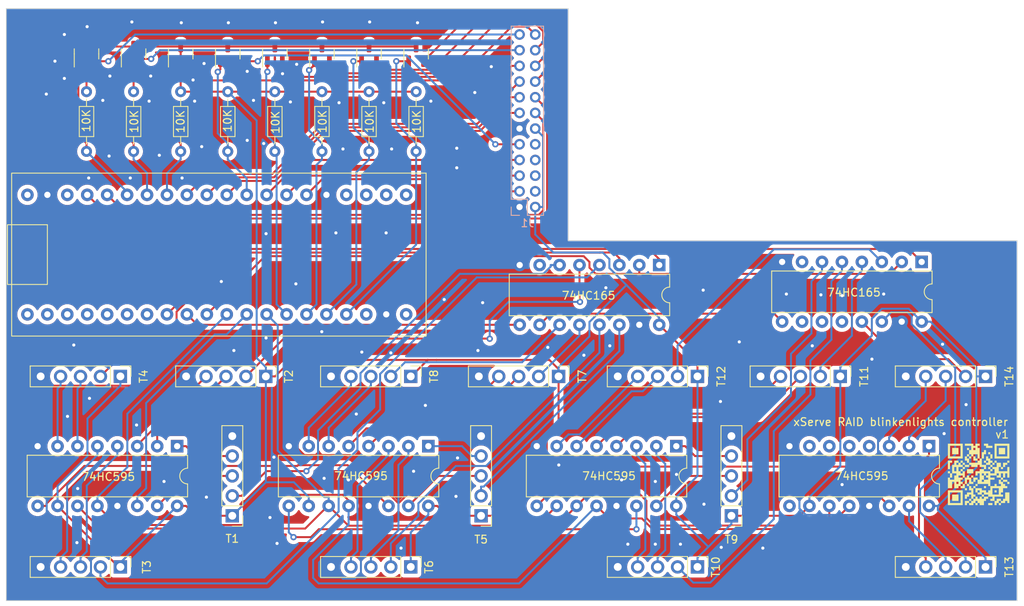
<source format=kicad_pcb>
(kicad_pcb (version 20221018) (generator pcbnew)
  (layers (0 "F.Cu" signal) (31 "B.Cu" signal) (34 "B.Paste" user) (35 "F.Paste" user) (36 "B.SilkS" user "B.Silkscreen") (37 "F.SilkS" user "F.Silkscreen") (38 "B.Mask" user) (39 "F.Mask" user) (44 "Edge.Cuts" user))
  (net 0 "")
  (net 1 "GND")
  (net 2 "+3.3V")
  (net 3 "/SCK_R")
  (net 4 "/SENS_LOCK")
  (net 5 "/SIN_R")
  (net 6 "/LAT_LS")
  (net 7 "/LAT_R")
  (net 8 "/SIN_LS")
  (net 9 "/R_EN")
  (net 10 "/SCK_LS")
  (net 11 "/SCK_L")
  (net 12 "/BTN_WARN")
  (net 13 "/SIN_L")
  (net 14 "/BTN_VOLUME")
  (net 15 "/LAT_L")
  (net 16 "/L1_EN")
  (net 17 "/L_EN1")
  (net 18 "/L2_EN")
  (net 19 "/L_EN2")
  (net 20 "/L3_EN")
  (net 21 "/L5_EN")
  (net 22 "/L4_EN")
  (net 23 "/SENS_1")
  (net 24 "/RED_1")
  (net 25 "/GREEN_1")
  (net 26 "/SENS_3")
  (net 27 "/RED_3")
  (net 28 "/GREEN_3")
  (net 29 "/SENS_4")
  (net 30 "/RED_4")
  (net 31 "/GREEN_4")
  (net 32 "/SENS_2")
  (net 33 "/RED_2")
  (net 34 "/GREEN_2")
  (net 35 "/SENS_5")
  (net 36 "/RED_5")
  (net 37 "/GREEN_5")
  (net 38 "/SENS_6")
  (net 39 "/RED_6")
  (net 40 "/GREEN_6")
  (net 41 "/SENS_7")
  (net 42 "/RED_7")
  (net 43 "/GREEN_7")
  (net 44 "/SENS_8")
  (net 45 "/RED_8")
  (net 46 "/GREEN_8")
  (net 47 "/SENS_9")
  (net 48 "/RED_9")
  (net 49 "/GREEN_9")
  (net 50 "/SENS_10")
  (net 51 "/RED_10")
  (net 52 "/GREEN_10")
  (net 53 "/SENS_11")
  (net 54 "/RED_11")
  (net 55 "/GREEN_11")
  (net 56 "/SENS_12")
  (net 57 "/RED_12")
  (net 58 "/GREEN_12")
  (net 59 "/SENS_13")
  (net 60 "/RED_13")
  (net 61 "/GREEN_13")
  (net 62 "/SENS_14")
  (net 63 "/RED_14")
  (net 64 "/GREEN_14")
  (net 65 "/~{L|R1_EN}")
  (net 66 "/~{L|R2_EN}")
  (net 67 "/~{L|R3_EN}")
  (net 68 "/~{L|R4_EN}")
  (net 69 "/~{R_EN}")
  (net 70 "/~{L_EN1}")
  (net 71 "/~{L_EN2}")
  (net 72 "/~{L|R5_EN}")
  (net 78 "/LED")
  (net 84 "/~{LOAD}_SENS")
  (net 85 "/SIN_SENS")
  (net 86 "/SCK_SENS")
  (net 87 "/LAT_RG")
  (net 88 "/SIN_RG")
  (net 89 "/SCK_RG")
  (net 90 "Net-(U2-QH')")
  (net 91 "Net-(U3-QH')")
  (net 92 "Net-(U4-QH')")
  (net 97 "Net-(U6-Q7)")
  (footprint "Connector_PinHeader_2.54mm:PinHeader_1x05_P2.54mm_Vertical" (layer "F.Cu") (at 74.575 120.4 -90)
    (fp_text reference "T2")
    (fp_text value "TRAY_2")
  )
  (footprint "Resistor_THT:R_Axial_DIN0204_L3.6mm_D1.6mm_P7.62mm_Horizontal" (layer "F.Cu") (at 93.7231 84.0897 -90)
    (fp_text reference "R2")
    (fp_text value "10K")
  )
  (footprint "Connector_PinHeader_2.54mm:PinHeader_1x05_P2.54mm_Vertical" (layer "F.Cu") (at 133.9 138.175 180)
    (fp_text reference "T9")
    (fp_text value "TRAY_9")
  )
  (footprint "Package_DIP:DIP-16_W7.62mm" (layer "F.Cu") (at 124.7 106.2 -90)
    (fp_text reference "U7" hide)
    (fp_text value "74HC165")
  )
  (footprint "Resistor_THT:R_Axial_DIN0204_L3.6mm_D1.6mm_P7.62mm_Horizontal" (layer "F.Cu") (at 57.7231 84.0897 -90)
    (fp_text reference "R8")
    (fp_text value "10K")
  )
  (footprint "Package_DIP:DIP-16_W7.62mm" (layer "F.Cu") (at 159.075 129.3 -90)
    (fp_text reference "U5" hide)
    (fp_text value "74HC595")
  )
  (footprint "Package_TO_SOT_SMD:SOT-23" (layer "F.Cu") (at 69.7231 79.2722 90)
    (fp_text reference "Q5" hide)
    (fp_text value "AO3401A" hide)
  )
  (footprint "Connector_PinHeader_2.54mm:PinHeader_1x05_P2.54mm_Vertical" (layer "F.Cu") (at 111.875 120.4 -90)
    (fp_text reference "T7")
    (fp_text value "TRAY_7")
  )
  (footprint "Package_TO_SOT_SMD:SOT-23" (layer "F.Cu") (at 93.7231 79.2722 90)
    (fp_text reference "Q1" hide)
    (fp_text value "AO3401A" hide)
  )
  (footprint "Package_DIP:DIP-16_W7.62mm" (layer "F.Cu") (at 63.2746 129.3 -90)
    (fp_text reference "U2" hide)
    (fp_text value "74HC595")
  )
  (footprint "Connector_PinHeader_2.54mm:PinHeader_1x05_P2.54mm_Vertical" (layer "F.Cu") (at 147.775 120.4 -90)
    (fp_text reference "T11")
    (fp_text value "TRAY_11")
  )
  (footprint "Package_DIP:DIP-16_W7.62mm" (layer "F.Cu") (at 95.28 129.3 -90)
    (fp_text reference "U3" hide)
    (fp_text value "74HC595")
  )
  (footprint "Package_TO_SOT_SMD:SOT-23" (layer "F.Cu") (at 81.7231 79.2722 90)
    (fp_text reference "Q3" hide)
    (fp_text value "AO3401A" hide)
  )
  (footprint "Package_TO_SOT_SMD:SOT-23" (layer "F.Cu") (at 57.7231 79.2722 90)
    (fp_text reference "Q7" hide)
    (fp_text value "AO3401A" hide)
  )
  (footprint "blackpill:blackpill" (layer "F.Cu") (at 92.4554 97.2475 -90)
    (fp_text reference "U1" hide)
    (fp_text value "~")
  )
  (footprint "Resistor_THT:R_Axial_DIN0204_L3.6mm_D1.6mm_P7.62mm_Horizontal" (layer "F.Cu") (at 75.7231 84.0897 -90)
    (fp_text reference "R5")
    (fp_text value "10K")
  )
  (footprint "Package_TO_SOT_SMD:SOT-23" (layer "F.Cu") (at 87.7231 79.2722 90)
    (fp_text reference "Q2" hide)
    (fp_text value "AO3401A" hide)
  )
  (footprint "Connector_PinHeader_2.54mm:PinHeader_1x05_P2.54mm_Vertical" (layer "F.Cu") (at 56.04 144.7 -90)
    (fp_text reference "T3")
    (fp_text value "TRAY_3")
  )
  (footprint "Connector_PinHeader_2.54mm:PinHeader_1x05_P2.54mm_Vertical" (layer "F.Cu") (at 93.04 120.4 -90)
    (fp_text reference "T8")
    (fp_text value "TRAY_8")
  )
  (footprint "Resistor_THT:R_Axial_DIN0204_L3.6mm_D1.6mm_P7.62mm_Horizontal" (layer "F.Cu") (at 81.7231 84.0897 -90)
    (fp_text reference "R4")
    (fp_text value "10K")
  )
  (footprint "Package_TO_SOT_SMD:SOT-23" (layer "F.Cu") (at 75.7231 79.2722 90)
    (fp_text reference "Q4" hide)
    (fp_text value "AO3401A" hide)
  )
  (footprint "Resistor_THT:R_Axial_DIN0204_L3.6mm_D1.6mm_P7.62mm_Horizontal" (layer "F.Cu") (at 63.7231 84.0897 -90)
    (fp_text reference "R7")
    (fp_text value "10K")
  )
  (footprint "Connector_PinHeader_2.54mm:PinHeader_1x05_P2.54mm_Vertical" (layer "F.Cu") (at 102 138.175 180)
    (fp_text reference "T5")
    (fp_text value "TRAY_5")
  )
  (footprint "Resistor_THT:R_Axial_DIN0204_L3.6mm_D1.6mm_P7.62mm_Horizontal" (layer "F.Cu") (at 87.7231 84.0897 -90)
    (fp_text reference "R3")
    (fp_text value "10K")
  )
  (footprint "Package_DIP:DIP-16_W7.62mm" (layer "F.Cu") (at 158.14 105.8 -90)
    (fp_text reference "U6" hide)
    (fp_text value "74HC165")
  )
  (footprint "Package_TO_SOT_SMD:SOT-23" (layer "F.Cu") (at 51.7231 79.2722 90)
    (fp_text reference "Q8" hide)
    (fp_text value "AO3401A")
  )
  (footprint "Connector_PinHeader_2.54mm:PinHeader_1x05_P2.54mm_Vertical" (layer "F.Cu") (at 129.575 120.4 -90)
    (fp_text reference "T12")
    (fp_text value "TRAY_12")
  )
  (footprint "LOGO" (layer "F.Cu") (at 165.4 132.9)
    (fp_text reference "v1")
    (fp_text value "LOGO" hide)
  )
  (footprint "Connector_PinHeader_2.54mm:PinHeader_1x05_P2.54mm_Vertical" (layer "F.Cu") (at 93.04 144.7 -90)
    (fp_text reference "T6")
    (fp_text value "TRAY_6")
  )
  (footprint "Connector_PinHeader_2.54mm:PinHeader_1x05_P2.54mm_Vertical" (layer "F.Cu") (at 56.04 120.4 -90)
    (fp_text reference "T4")
    (fp_text value "TRAY_4")
  )
  (footprint "Resistor_THT:R_Axial_DIN0204_L3.6mm_D1.6mm_P7.62mm_Horizontal" (layer "F.Cu") (at 51.7231 84.0897 -90)
    (fp_text reference "R9")
    (fp_text value "10K")
  )
  (footprint "Connector_PinHeader_2.54mm:PinHeader_1x05_P2.54mm_Vertical" (layer "F.Cu") (at 129.575 144.7 -90)
    (fp_text reference "T10")
    (fp_text value "TRAY_10")
  )
  (footprint "Connector_PinHeader_2.54mm:PinHeader_1x05_P2.54mm_Vertical" (layer "F.Cu") (at 166.275 144.7 -90)
    (fp_text reference "T13")
    (fp_text value "TRAY_13")
  )
  (footprint "Resistor_THT:R_Axial_DIN0204_L3.6mm_D1.6mm_P7.62mm_Horizontal" (layer "F.Cu") (at 69.7231 84.0897 -90)
    (fp_text reference "R6")
    (fp_text value "10K")
  )
  (footprint "Connector_PinHeader_2.54mm:PinHeader_1x05_P2.54mm_Vertical" (layer "F.Cu") (at 70.3 138.175 180)
    (fp_text reference "T1")
    (fp_text value "TRAY_1")
  )
  (footprint "Connector_PinHeader_2.54mm:PinHeader_1x05_P2.54mm_Vertical" (layer "F.Cu") (at 166.275 120.4 -90)
    (fp_text reference "T14")
    (fp_text value "TRAY_14")
  )
  (footprint "Package_TO_SOT_SMD:SOT-23" (layer "F.Cu") (at 63.7231 79.2722 90)
    (fp_text reference "Q6" hide)
    (fp_text value "AO3401A" hide)
  )
  (footprint "Package_DIP:DIP-16_W7.62mm" (layer "F.Cu") (at 126.875 129.3 -90)
    (fp_text reference "U4" hide)
    (fp_text value "74HC595")
  )
  (footprint "Connector_PinHeader_2.00mm:PinHeader_2x12_P2.00mm_Vertical" (layer "B.Cu") (at 106.9 98.7997)
    (fp_text reference "J1")
    (fp_text value "Conn_02x12_Top_Bottom")
  )
  (gr_line (start 41.5 73.5) (end 41.5 149) (stroke (width 0.1)) (layer "Edge.Cuts"))
  (gr_line (start 113.1 73.5) (end 41.5 73.5) (stroke (width 0.1)) (layer "Edge.Cuts"))
  (gr_line (start 170.3 149) (end 170.3 103.1) (stroke (width 0.1)) (layer "Edge.Cuts"))
  (gr_line (start 113.1 103.1) (end 170.3 103.1) (stroke (width 0.1)) (layer "Edge.Cuts"))
  (gr_line (start 113.1 73.5) (end 113.1 103.1) (stroke (width 0.1)) (layer "Edge.Cuts"))
  (gr_line (start 41.5 149) (end 170.3 149) (stroke (width 0.1)) (layer "Edge.Cuts"))
  (gr_text "xServe RAID blinkenlights controller" (at 141.7 126.8) (layer "F.SilkS") (effects (font (size 1 1)) (justify left bottom)))
  (segment (start 138.8831 128.015) (end 140.1681 129.3) (width 0.25) (layer "F.Cu") (net 1))
  (segment (start 78.6269 129.3) (end 78.6269 129.5818) (width 0.25) (layer "F.Cu") (net 1))
  (segment (start 79.472 130.4269) (end 85.3071 130.4269) (width 0.25) (layer "F.Cu") (net 1))
  (segment (start 120.0035 117.1034) (end 122.16 114.9469) (width 0.25) (layer "F.Cu") (net 1))
  (segment (start 78.6269 129.5818) (end 79.472 130.4269) (width 0.25) (layer "F.Cu") (net 1))
  (segment (start 47.0629 121.5829) (end 45.88 120.4) (width 0.25) (layer "F.Cu") (net 1))
  (segment (start 120.2 122.3) (end 135.715 122.3) (width 0.25) (layer "F.Cu") (net 1))
  (segment (start 109.095 129.3) (end 107.9681 129.3) (width 0.25) (layer "F.Cu") (net 1))
  (segment (start 122.16 113.82) (end 122.16 114.9469) (width 0.25) (layer "F.Cu") (net 1))
  (segment (start 62.0552 121.5829) (end 47.0629 121.5829) (width 0.25) (layer "F.Cu") (net 1))
  (segment (start 83.8476 98.7997) (end 106.9 98.7997) (width 0.25) (layer "F.Cu") (net 1))
  (segment (start 135.715 122.3) (end 137.615 120.4) (width 0.25) (layer "F.Cu") (net 1))
  (segment (start 82.88 121.5769) (end 78.6269 125.83) (width 0.25) (layer "F.Cu") (net 1))
  (segment (start 82.88 120.4) (end 82.88 121.5769) (width 0.25) (layer "F.Cu") (net 1))
  (segment (start 71.4769 128.015) (end 72.7619 129.3) (width 0.25) (layer "F.Cu") (net 1))
  (segment (start 82.2954 97.2475) (end 83.8476 98.7997) (width 0.25) (layer "F.Cu") (net 1))
  (segment (start 133.9 128.015) (end 138.8831 128.015) (width 0.25) (layer "F.Cu") (net 1))
  (segment (start 100.0448 128.015) (end 102 128.015) (width 0.25) (layer "F.Cu") (net 1))
  (segment (start 119.415 120.4) (end 119.415 121.515) (width 0.25) (layer "F.Cu") (net 1))
  (segment (start 70.3 128.015) (end 71.4769 128.015) (width 0.25) (layer "F.Cu") (net 1))
  (segment (start 120.0035 120.4) (end 120.0035 117.1034) (width 0.25) (layer "F.Cu") (net 1))
  (segment (start 91.47 136.5898) (end 100.0448 128.015) (width 0.25) (layer "F.Cu") (net 1))
  (segment (start 119.415 121.515) (end 120.2 122.3) (width 0.25) (layer "F.Cu") (net 1))
  (segment (start 87.66 138.36) (end 87.66 136.92) (width 0.25) (layer "F.Cu") (net 1))
  (segment (start 77.5 129.3) (end 78.6269 129.3) (width 0.25) (layer "F.Cu") (net 1))
  (segment (start 96.2029 106.2) (end 106.92 106.2) (width 0.25) (layer "F.Cu") (net 1))
  (segment (start 85.3071 130.4269) (end 91.47 136.5898) (width 0.25) (layer "F.Cu") (net 1))
  (segment (start 106.6831 128.015) (end 107.9681 129.3) (width 0.25) (layer "F.Cu") (net 1))
  (segment (start 102 128.015) (end 106.6831 128.015) (width 0.25) (layer "F.Cu") (net 1))
  (segment (start 91.47 138.63) (end 91.1981 138.9019) (width 0.25) (layer "F.Cu") (net 1))
  (segment (start 64.415 120.4) (end 63.2381 120.4) (width 0.25) (layer "F.Cu") (net 1))
  (segment (start 91.47 136.5898) (end 91.47 138.63) (width 0.25) (layer "F.Cu") (net 1))
  (segment (start 63.2381 120.4) (end 62.0552 121.5829) (width 0.25) (layer "F.Cu") (net 1))
  (segment (start 78.6269 125.83) (end 78.6269 129.3) (width 0.25) (layer "F.Cu") (net 1))
  (segment (start 119.415 120.4) (end 120.0035 120.4) (width 0.25) (layer "F.Cu") (net 1))
  (segment (start 72.7619 129.3) (end 77.5 129.3) (width 0.25) (layer "F.Cu") (net 1))
  (segment (start 141.295 129.3) (end 140.1681 129.3) (width 0.25) (layer "F.Cu") (net 1))
  (segment (start 91.1981 138.9019) (end 88.2019 138.9019) (width 0.25) (layer "F.Cu") (net 1))
  (segment (start 89.9154 112.4875) (end 96.2029 106.2) (width 0.25) (layer "F.Cu") (net 1))
  (segment (start 88.2019 138.9019) (end 87.66 138.36) (width 0.25) (layer "F.Cu") (net 1))
  (via (at 75.1 138.4) (size 0.8) (drill 0.4) (layers "F.Cu" "B.Cu") (net 1))
  (via (at 124.2 141.8) (size 0.8) (drill 0.4) (layers "F.Cu" "B.Cu") (net 1))
  (via (at 51.8 75.8) (size 0.8) (drill 0.4) (layers "F.Cu" "B.Cu") (net 1))
  (via (at 78.5 80.6) (size 0.8) (drill 0.4) (layers "F.Cu" "B.Cu") (net 1))
  (via (at 137.9 142.3) (size 0.8) (drill 0.4) (layers "F.Cu" "B.Cu") (net 1))
  (via (at 47.7 80.2) (size 0.8) (drill 0.4) (layers "F.Cu" "B.Cu") (net 1))
  (via (at 67 135.8) (size 0.8) (drill 0.4) (layers "F.Cu" "B.Cu") (net 1))
  (via (at 50.5 141.6) (size 0.8) (drill 0.4) (layers "F.Cu" "B.Cu") (net 1))
  (via (at 74.3 90.7) (size 0.8) (drill 0.4) (layers "F.Cu" "B.Cu") (net 1))
  (via (at 126.9 132.9) (size 0.8) (drill 0.4) (layers "F.Cu" "B.Cu") (net 1))
  (via (at 74.6 115.5) (size 0.8) (drill 0.4) (layers "F.Cu" "B.Cu") (net 1))
  (via (at 54.7 82.1) (size 0.8) (drill 0.4) (layers "F.Cu" "B.Cu") (net 1))
  (via (at 134.9 116) (size 0.8) (drill 0.4) (layers "F.Cu" "B.Cu") (net 1))
  (via (at 151.8 118.2) (size 0.8) (drill 0.4) (layers "F.Cu" "B.Cu") (net 1))
  (via (at 124.2 133.8) (size 0.8) (drill 0.4) (layers "F.Cu" "B.Cu") (net 1))
  (via (at 87.8 75.2) (size 0.8) (drill 0.4) (layers "F.Cu" "B.Cu") (net 1))
  (via (at 75.8 75.3) (size 0.8) (drill 0.4) (layers "F.Cu" "B.Cu") (net 1))
  (via (at 57.3 95.1) (size 0.8) (drill 0.4) (layers "F.Cu" "B.Cu") (net 1))
  (via (at 101.6 117.1) (size 0.8) (drill 0.4) (layers "F.Cu" "B.Cu") (net 1))
  (via (at 76.7 81.8) (size 0.8) (drill 0.4) (layers "F.Cu" "B.Cu") (net 1))
  (via (at 50.1 116.4) (size 0.8) (drill 0.4) (layers "F.Cu" "B.Cu") (net 1))
  (via (at 65.3 82.6) (size 0.8) (drill 0.4) (layers "F.Cu" "B.Cu") (net 1))
  (via (at 63.8 75.3) (size 0.8) (drill 0.4) (layers "F.Cu" "B.Cu") (net 1))
  (via (at 127.4 141.8) (size 0.8) (drill 0.4) (layers "F.Cu" "B.Cu") (net 1))
  (via (at 49.3 125.5) (size 0.8) (drill 0.4) (layers "F.Cu" "B.Cu") (net 1))
  (via (at 69.8 75.3) (size 0.8) (drill 0.4) (layers "F.Cu" "B.Cu") (net 1))
  (via (at 118.4 116.5) (size 0.8) (drill 0.4) (layers "F.Cu" "B.Cu") (net 1))
  (via (at 115.1 117.7) (size 0.8) (drill 0.4) (layers "F.Cu" "B.Cu") (net 1))
  (via (at 94.9 124.1) (size 0.8) (drill 0.4) (layers "F.Cu" "B.Cu") (net 1))
  (via (at 130.3 109.4) (size 0.8) (drill 0.4) (layers "F.Cu" "B.Cu") (net 1))
  (via (at 117.9 109.1) (size 0.8) (drill 0.4) (layers "F.Cu" "B.Cu") (net 1))
  (via (at 76 141.7) (size 0.8) (drill 0.4) (layers "F.Cu" "B.Cu") (net 1))
  (via (at 163.8 124) (size 0.8) (drill 0.4) (layers "F.Cu" "B.Cu") (net 1))
  (via (at 48.9 76.8) (size 0.8) (drill 0.4) (layers "F.Cu" "B.Cu") (net 1))
  (via (at 48.9 82.4) (size 0.8) (drill 0.4) (layers "F.Cu" "B.Cu") (net 1))
  (via (at 119.9 133.6) (size 0.8) (drill 0.4) (layers "F.Cu" "B.Cu") (net 1))
  (via (at 99 130.8) (size 0.8) (drill 0.4) (layers "F.Cu" "B.Cu") (net 1))
  (via (at 95.6 85.3) (size 0.8) (drill 0.4) (layers "F.Cu" "B.Cu") (net 1))
  (via (at 59.7 85.3) (size 0.8) (drill 0.4) (layers "F.Cu" "B.Cu") (net 1))
  (via (at 52.1 123.2) (size 0.8) (drill 0.4) (layers "F.Cu" "B.Cu") (net 1))
  (via (at 97.3 110.6) (size 0.8) (drill 0.4) (layers "F.Cu" "B.Cu") (net 1))
  (via (at 148 134.2) (size 0.8) (drill 0.4) (layers "F.Cu" "B.Cu") (net 1))
  (via (at 84.4 91.4) (size 0.8) (drill 0.4) (layers "F.Cu" "B.Cu") (net 1))
  (via (at 148 110.1) (size 0.8) (drill 0.4) (layers "F.Cu" "B.Cu") (net 1))
  (via (at 98.9 91.3) (size 0.8) (drill 0.4) (layers "F.Cu" "B.Cu") (net 1))
  (via (at 72.2 90.3) (size 0.8) (drill 0.4) (layers "F.Cu" "B.Cu") (net 1))
  (via (at 72.2 81.5) (size 0.8) (drill 0.4) (layers "F.Cu" "B.Cu") (net 1))
  (via (at 89.9 102.1) (size 0.8) (drill 0.4) (layers "F.Cu" "B.Cu") (net 1))
  (via (at 132.5 123.6) (size 0.8) (drill 0.4) (layers "F.Cu" "B.Cu") (net 1))
  (via (at 54.6 92.3) (size 0.8) (drill 0.4) (layers "F.Cu" "B.Cu") (net 1))
  (via (at 63.9 95.1) (size 0.8) (drill 0.4) (layers "F.Cu" "B.Cu") (net 1))
  (via (at 81.8 75.2) (size 0.8) (drill 0.4) (layers "F.Cu" "B.Cu") (net 1))
  (via (at 103.3 80.9) (size 0.8) (drill 0.4) (layers "F.Cu" "B.Cu") (net 1))
  (via (at 102.2 111) (size 0.8) (drill 0.4) (layers "F.Cu" "B.Cu") (net 1))
  (via (at 86.8 117.3) (size 0.8) (drill 0.4) (layers "F.Cu" "B.Cu") (net 1))
  (via (at 91.8 142.3) (size 0.8) (drill 0.4) (layers "F.Cu" "B.Cu") (net 1))
  (via (at 57.5 75.2) (size 0.8) (drill 0.4) (layers "F.Cu" "B.Cu") (net 1))
  (via (at 98.9 93.8) (size 0.8) (drill 0.4) (layers "F.Cu" "B.Cu") (net 1))
  (via (at 160.8 116.3) (size 0.8) (drill 0.4) (layers "F.Cu" "B.Cu") (net 1))
  (via (at 52 95.1) (size 0.8) (drill 0.4) (layers "F.Cu" "B.Cu") (net 1))
  (via (at 61 92.2) (size 0.8) (drill 0.4) (layers "F.Cu" "B.Cu") (net 1))
  (via (at 130.4 136.7) (size 0.8) (drill 0.4) (layers "F.Cu" "B.Cu") (net 1))
  (via (at 82 133.4) (size 0.8) (drill 0.4) (layers "F.Cu" "B.Cu") (net 1))
  (via (at 93.4 132.5) (size 0.8) (drill 0.4) (layers "F.Cu" "B.Cu") (net 1))
  (via (at 65.5 85.3) (size 0.8) (drill 0.4) (layers "F.Cu" "B.Cu") (net 1))
  (via (at 75.6 130.7) (size 0.8) (drill 0.4) (layers "F.Cu" "B.Cu") (net 1))
  (via (at 144.2 116.5) (size 0.8) (drill 0.4) (layers "F.Cu" "B.Cu") (net 1))
  (via (at 85.1 133.6) (size 0.8) (drill 0.4) (layers "F.Cu" "B.Cu") (net 1))
  (via (at 81.7 114.7) (size 0.8) (drill 0.4) (layers "F.Cu" "B.Cu") (net 1))
  (via (at 66.7 80.5) (size 0.8) (drill 0.4) (layers "F.Cu" "B.Cu") (net 1))
  (via (at 120.7 141.8) (size 0.8) (drill 0.4) (layers "F.Cu" "B.Cu") (net 1))
  (via (at 111.9 131.7) (size 0.8) (drill 0.4) (layers "F.Cu" "B.Cu") (net 1))
  (via (at 73 85.2) (size 0.8) (drill 0.4) (layers "F.Cu" "B.Cu") (net 1))
  (via (at 70.5 117.1) (size 0.8) (drill 0.4) (layers "F.Cu" "B.Cu") (net 1))
  (via (at 89.6 85.5) (size 0.8) (drill 0.4) (layers "F.Cu" "B.Cu") (net 1))
  (via (at 83.9 85.5) (size 0.8) (drill 0.4) (layers "F.Cu" "B.Cu") (net 1))
  (via (at 140.9 109.9) (size 0.8) (drill 0.4) (layers "F.Cu" "B.Cu") (net 1))
  (via (at 83.5 102.1) (size 0.8) (drill 0.4) (layers "F.Cu" "B.Cu") (net 1))
  (via (at 66.4 91.1) (size 0.8) (drill 0.4) (layers "F.Cu" "B.Cu") (net 1))
  (via (at 98.8 135.7) (size 0.8) (drill 0.4) (layers "F.Cu" "B.Cu") (net 1))
  (via (at 132.6 142.2) (size 0.8) (drill 0.4) (layers "F.Cu" "B.Cu") (net 1))
  (via (at 50.6 134.7) (size 0.8) (drill 0.4) (layers "F.Cu" "B.Cu") (net 1))
  (via (at 86.1 125.2) (size 0.8) (drill 0.4) (layers "F.Cu" "B.Cu") (net 1))
  (via (at 161 127.7) (size 0.8) (drill 0.4) (layers "F.Cu" "B.Cu") (net 1))
  (via (at 61.6 133.8) (size 0.8) (drill 0.4) (layers "F.Cu" "B.Cu") (net 1))
  (via (at 46.6 84.4) (size 0.8) (drill 0.4) (layers "F.Cu" "B.Cu") (net 1))
  (via (at 53.8 85.2) (size 0.8) (drill 0.4) (layers "F.Cu" "B.Cu") (net 1))
  (via (at 93.9 75.3) (size 0.8) (drill 0.4) (layers "F.Cu" "B.Cu") (net 1))
  (via (at 77.7 85.4) (size 0.8) (drill 0.4) (layers "F.Cu" "B.Cu") (net 1))
  (via (at 153.3 109.9) (size 0.8) (drill 0.4) (layers "F.Cu" "B.Cu") (net 1))
  (via (at 90.6 91.4) (size 0.8) (drill 0.4) (layers "F.Cu" "B.Cu") (net 1))
  (via (at 78.4 108.6) (size 0.8) (drill 0.4) (layers "F.Cu" "B.Cu") (net 1))
  (via (at 68.9 108.3) (size 0.8) (drill 0.4) (layers "F.Cu" "B.Cu") (net 1))
  (via (at 145.3 110) (size 0.8) (drill 0.4) (layers "F.Cu" "B.Cu") (net 1))
  (via (at 58.1 126.6) (size 0.8) (drill 0.4) (layers "F.Cu" "B.Cu") (net 1))
  (via (at 101.2 84.2) (size 0.8) (drill 0.4) (layers "F.Cu" "B.Cu") (net 1))
  (via (at 110.5 116.7) (size 0.8) (drill 0.4) (layers "F.Cu" "B.Cu") (net 1))
  (via (at 59.9 82.1) (size 0.8) (drill 0.4) (layers "F.Cu" "B.Cu") (net 1))
  (via (at 74.6 102.2) (size 0.8) (drill 0.4) (layers "F.Cu" "B.Cu") (net 1))
  (via (at 90.5 117.4) (size 0.8) (drill 0.4) (layers "F.Cu" "B.Cu") (net 1))
  (segment (start 82.88 120.4) (end 82.88 119.2231) (width 0.25) (layer "B.Cu") (net 1))
  (segment (start 109.095 129.3) (end 111.495 131.7) (width 0.25) (layer "B.Cu") (net 1))
  (segment (start 45.88 121.5769) (end 45.4946 121.9623) (width 0.25) (layer "B.Cu") (net 1))
  (segment (start 142.565 131.6969) (end 141.295 130.4269) (width 0.25) (layer "B.Cu") (net 1))
  (segment (start 46.654 142.7491) (end 45.88 143.5231) (width 0.25) (layer "B.Cu") (net 1))
  (segment (start 55.6546 138.0469) (end 52.2965 141.405) (width 0.25) (layer "B.Cu") (net 1))
  (segment (start 156.115 120.4) (end 156.115 119.2231) (width 0.25) (layer "B.Cu") (net 1))
  (segment (start 45.88 144.1115) (end 45.88 143.5231) (width 0.25) (layer "B.Cu") (net 1))
  (segment (start 106.9 88.7997) (end 105.8479 89.8518) (width 0.25) (layer "B.Cu") (net 1))
  (segment (start 137.615 109.6719) (end 140.36 106.9269) (width 0.25) (layer "B.Cu") (net 1))
  (segment (start 106.92 99.8216) (end 106.92 106.2) (width 0.25) (layer "B.Cu") (net 1))
  (segment (start 46.7354 105.9646) (end 42.5 110.2) (width 0.25) (layer "B.Cu") (net 1))
  (segment (start 64.415 121.5769) (end 65.0388 121.5769) (width 0.25) (layer "B.Cu") (net 1))
  (segment (start 105.8479 97.7476) (end 106.9 98.7997) (width 0.25) (layer "B.Cu") (net 1))
  (segment (start 84.38 146.2) (end 85.9 146.2) (width 0.25) (layer "B.Cu") (net 1))
  (segment (start 156.115 119.2231) (end 155.6 118.7081) (width 0.25) (layer "B.Cu") (net 1))
  (segment (start 65.0388 121.5769) (end 70.3 126.8381) (width 0.25) (layer "B.Cu") (net 1))
  (segment (start 156.115 143.5231) (end 151.455 138.8631) (width 0.25) (layer "B.Cu") (net 1))
  (segment (start 52.2965 141.405) (end 52.2965 145.7035) (width 0.25) (layer "B.Cu") (net 1))
  (segment (start 109.095 129.3) (end 109.6585 129.3) (width 0.25) (layer "B.Cu") (net 1))
  (segment (start 82.88 144.7) (end 84.38 146.2) (width 0.25) (layer "B.Cu") (net 1))
  (segment (start 89.9154 112.4875) (end 83.1798 119.2231) (width 0.25) (layer "B.Cu") (net 1))
  (segment (start 133.9 128.015) (end 133.9 126.8381) (width 0.25) (layer "B.Cu") (net 1))
  (segment (start 70.3 128.015) (end 70.3 126.8381) (width 0.25) (layer "B.Cu") (net 1))
  (segment (start 156.115 120.4) (end 156.115 121.5769) (width 0.25) (layer "B.Cu") (net 1))
  (segment (start 151.455 138.0685) (end 143.3844 138.0685) (width 0.25) (layer "B.Cu") (net 1))
  (segment (start 52.2965 145.7035) (end 51.2 146.8) (width 0.25) (layer "B.Cu") (net 1))
  (segment (start 45.4946 121.9623) (end 45.4946 129.3) (width 0.25) (layer "B.Cu") (net 1))
  (segment (start 141.295 129.3) (end 141.295 130.4269) (width 0.25) (layer "B.Cu") (net 1))
  (segment (start 117.995 120.4) (end 109.095 129.3) (width 0.25) (layer "B.Cu") (net 1))
  (segment (start 151.455 138.0685) (end 151.455 136.92) (width 0.25) (layer "B.Cu") (net 1))
  (segment (start 156.115 144.7) (end 156.115 143.5231) (width 0.25) (layer "B.Cu") (net 1))
  (segment (start 45.88 144.1115) (end 45.88 144.7) (width 0.25) (layer "B.Cu") (net 1))
  (segment (start 142.565 137.2491) (end 142.565 131.6969) (width 0.25) (layer "B.Cu") (net 1))
  (segment (start 45.88 120.4) (end 45.88 121.5769) (width 0.25) (layer "B.Cu") (net 1))
  (segment (start 151.455 136.92) (end 151.455 135.7931) (width 0.25) (layer "B.Cu") (net 1))
  (segment (start 45.4946 129.3) (end 45.4946 130.4269) (width 0.25) (layer "B.Cu") (net 1))
  (segment (start 45.4946 130.4269) (end 46.654 131.5863) (width 0.25) (layer "B.Cu") (net 1))
  (segment (start 101.715 120.4) (end 101.715 121.5769) (width 0.25) (layer "B.Cu") (net 1))
  (segment (start 102 121.8619) (end 102 128.015) (width 0.25) (layer "B.Cu") (net 1))
  (segment (start 137.615 120.4) (end 137.615 109.6719) (width 0.25) (layer "B.Cu") (net 1))
  (segment (start 119.255 136.92) (end 119.255 144.54) (width 0.25) (layer "B.Cu") (net 1))
  (segment (start 42.5 117.02) (end 45.88 120.4) (width 0.25) (layer "B.Cu") (net 1))
  (segment (start 51.2 146.8) (end 47.98 146.8) (width 0.25) (layer "B.Cu") (net 1))
  (segment (start 111.9 131.7) (end 114.035 131.7) (width 0.25) (layer "B.Cu") (net 1))
  (segment (start 114.035 131.7) (end 119.255 136.92) (width 0.25) (layer "B.Cu") (net 1))
  (segment (start 64.415 120.4) (end 64.415 121.5769) (width 0.25) (layer "B.Cu") (net 1))
  (segment (start 119.415 120.4) (end 117.995 120.4) (width 0.25) (layer "B.Cu") (net 1))
  (segment (start 87.66 141.92) (end 87.66 136.92) (width 0.25) (layer "B.Cu") (net 1))
  (segment (start 86.69 145.41) (end 86.69 142.89) (width 0.25) (layer "B.Cu") (net 1))
  (segment (start 46.7354 97.2475) (end 46.7354 105.9646) (width 0.25) (layer "B.Cu") (net 1))
  (segment (start 101.715 121.5769) (end 102 121.8619) (width 0.25) (layer "B.Cu") (net 1))
  (segment (start 155.6 118.7081) (end 155.6 113.42) (width 0.25) (layer "B.Cu") (net 1))
  (segment (start 151.455 138.8631) (end 151.455 138.0685) (width 0.25) (layer "B.Cu") (net 1))
  (segment (start 86.69 142.89) (end 87.66 141.92) (width 0.25) (layer "B.Cu") (net 1))
  (segment (start 151.455 135.7931) (end 152.5819 134.6662) (width 0.25) (layer "B.Cu") (net 1))
  (segment (start 46.654 131.5863) (end 46.654 142.7491) (width 0.25) (layer "B.Cu") (net 1))
  (segment (start 106.9 98.7997) (end 106.9 99.8016) (width 0.25) (layer "B.Cu") (net 1))
  (segment (start 137.615 123.1231) (end 137.615 120.4) (width 0.25) (layer "B.Cu") (net 1))
  (segment (start 55.6546 136.92) (end 55.6546 138.0469) (width 0.25) (layer "B.Cu") (net 1))
  (segment (start 152.5819 134.6662) (end 152.5819 125.11) (width 0.25) (layer "B.Cu") (net 1))
  (segment (start 42.5 110.2) (end 42.5 117.02) (width 0.25) (layer "B.Cu") (net 1))
  (segment (start 83.1798 119.2231) (end 82.88 119.2231) (width 0.25) (layer "B.Cu") (net 1))
  (segment (start 111.495 131.7) (end 111.9 131.7) (width 0.25) (layer "B.Cu") (net 1))
  (segment (start 119.255 144.54) (end 119.415 144.7) (width 0.25) (layer "B.Cu") (net 1))
  (segment (start 105.8479 89.8518) (end 105.8479 97.7476) (width 0.25) (layer "B.Cu") (net 1))
  (segment (start 140.36 105.8) (end 140.36 106.9269) (width 0.25) (layer "B.Cu") (net 1))
  (segment (start 143.3844 138.0685) (end 142.565 137.2491) (width 0.25) (layer "B.Cu") (net 1))
  (segment (start 47.98 146.8) (end 45.88 144.7) (width 0.25) (layer "B.Cu") (net 1))
  (segment (start 133.9 126.8381) (end 137.615 123.1231) (width 0.25) (layer "B.Cu") (net 1))
  (segment (start 152.5819 125.11) (end 156.115 121.5769) (width 0.25) (layer "B.Cu") (net 1))
  (segment (start 85.9 146.2) (end 86.69 145.41) (width 0.25) (layer "B.Cu") (net 1))
  (segment (start 106.9 99.8016) (end 106.92 99.8216) (width 0.25) (layer "B.Cu") (net 1))
  (segment (start 110.365 128.32) (end 111.875 126.81) (width 0.25) (layer "F.Cu") (net 2))
  (segment (start 81.7231 78.3347) (end 75.7231 78.3347) (width 0.25) (layer "F.Cu") (net 2))
  (segment (start 63.7231 84.0897) (end 63.7231 78.3347) (width 0.25) (layer "F.Cu") (net 2))
  (segment (start 129.575 120.4) (end 129.575 118.695) (width 0.25) (layer "F.Cu") (net 2))
  (segment (start 92.4516 120.4) (end 93.04 120.4) (width 0.25) (layer "F.Cu") (net 2))
  (segment (start 57.7231 84.0897) (end 57.7231 78.3347) (width 0.25) (layer "F.Cu") (net 2))
  (segment (start 75.7231 84.0897) (end 81.7231 84.0897) (width 0.25) (layer "F.Cu") (net 2))
  (segment (start 69.7231 84.0897) (end 63.7231 84.0897) (width 0.25) (layer "F.Cu") (net 2))
  (segment (start 93.7231 84.0897) (end 87.7231 84.0897) (width 0.25) (layer "F.Cu") (net 2))
  (segment (start 95.2 118.3) (end 77.8519 118.3) (width 0.25) (layer "F.Cu") (net 2))
  (segment (start 110.365 132.5686) (end 104.7586 138.175) (width 0.25) (layer "F.Cu") (net 2))
  (segment (start 96.3169 118.3) (end 95.2 118.3) (width 0.25) (layer "F.Cu") (net 2))
  (segment (start 77.8519 118.3) (end 75.7519 120.4) (width 0.25) (layer "F.Cu") (net 2))
  (segment (start 129.575 118.695) (end 124.7 113.82) (width 0.25) (layer "F.Cu") (net 2))
  (segment (start 81.7231 78.3347) (end 87.7231 78.3347) (width 0.25) (layer "F.Cu") (net 2))
  (segment (start 104.7586 138.175) (end 103.875 138.175) (width 0.25) (layer "F.Cu") (net 2))
  (segment (start 110.155 138.4) (end 104.9836 138.4) (width 0.25) (layer "F.Cu") (net 2))
  (segment (start 95.28 136.92) (end 96.4069 136.92) (width 0.25) (layer "F.Cu") (net 2))
  (segment (start 102 138.175) (end 97.6619 138.175) (width 0.25) (layer "F.Cu") (net 2))
  (segment (start 65.6565 138.175) (end 64.4015 136.92) (width 0.25) (layer "F.Cu") (net 2))
  (segment (start 104.9836 138.4) (end 104.7586 138.175) (width 0.25) (layer "F.Cu") (net 2))
  (segment (start 75.7519 120.4) (end 74.575 120.4) (width 0.25) (layer "F.Cu") (net 2))
  (segment (start 93.04 120.4) (end 93.1 120.4) (width 0.25) (layer "F.Cu") (net 2))
  (segment (start 87.7231 84.0897) (end 81.7231 84.0897) (width 0.25) (layer "F.Cu") (net 2))
  (segment (start 143.835 136.92) (end 142.58 138.175) (width 0.25) (layer "F.Cu") (net 2))
  (segment (start 110.365 132.5686) (end 110.365 128.32) (width 0.25) (layer "F.Cu") (net 2))
  (segment (start 63.7231 78.3347) (end 57.7231 78.3347) (width 0.25) (layer "F.Cu") (net 2))
  (segment (start 93.7231 78.3347) (end 87.7231 78.3347) (width 0.25) (layer "F.Cu") (net 2))
  (segment (start 111.875 126.81) (end 111.875 120.4) (width 0.25) (layer "F.Cu") (net 2))
  (segment (start 75.7231 84.0897) (end 69.7231 84.0897) (width 0.25) (layer "F.Cu") (net 2))
  (segment (start 51.7231 78.3347) (end 51.7231 84.0897) (width 0.25) (layer "F.Cu") (net 2))
  (segment (start 102 138.175) (end 103.875 138.175) (width 0.25) (layer "F.Cu") (net 2))
  (segment (start 93.1 120.4) (end 95.2 118.3) (width 0.25) (layer "F.Cu") (net 2))
  (segment (start 142.58 138.175) (end 133.9 138.175) (width 0.25) (layer "F.Cu") (net 2))
  (segment (start 70.3 138.175) (end 65.6565 138.175) (width 0.25) (layer "F.Cu") (net 2))
  (segment (start 69.7231 78.3347) (end 63.7231 78.3347) (width 0.25) (layer "F.Cu") (net 2))
  (segment (start 111.875 119.475) (end 111.875 120.4) (width 0.25) (layer "F.Cu") (net 2))
  (segment (start 96.3169 118.3) (end 110.7 118.3) (width 0.25) (layer "F.Cu") (net 2))
  (segment (start 63.2746 136.92) (end 64.4015 136.92) (width 0.25) (layer "F.Cu") (net 2))
  (segment (start 55.8146 144.7) (end 56.04 144.7) (width 0.25) (layer "F.Cu") (net 2))
  (segment (start 97.6619 138.175) (end 96.4069 136.92) (width 0.25) (layer "F.Cu") (net 2))
  (segment (start 48.0346 136.92) (end 55.8146 144.7) (width 0.25) (layer "F.Cu") (net 2))
  (segment (start 57.7231 78.3347) (end 51.7231 78.3347) (width 0.25) (layer "F.Cu") (net 2))
  (segment (start 75.7231 78.3347) (end 69.7231 78.3347) (width 0.25) (layer "F.Cu") (net 2))
  (segment (start 110.7 118.3) (end 111.875 119.475) (width 0.25) (layer "F.Cu") (net 2))
  (segment (start 111.635 136.92) (end 110.155 138.4) (width 0.25) (layer "F.Cu") (net 2))
  (segment (start 93.04 144.7) (end 93.04 140.2869) (width 0.25) (layer "B.Cu") (net 2))
  (segment (start 147.775 119.2231) (end 151.79 115.2081) (width 0.25) (layer "B.Cu") (net 2))
  (segment (start 51.8446 125.7723) (end 56.04 121.5769) (width 0.25) (layer "B.Cu") (net 2))
  (segment (start 151.79 115.2081) (end 151.79 113.0417) (width 0.25) (layer "B.Cu") (net 2))
  (segment (start 74.575 120.4) (end 74.575 119.2231) (width 0.25) (layer "B.Cu") (net 2))
  (segment (start 159.075 136.92) (end 160.0885 136.92) (width 0.25) (layer "B.Cu") (net 2))
  (segment (start 165.0981 120.4) (end 165.0981 119.2512) (width 0.25) (layer "B.Cu") (net 2))
  (segment (start 118.35 105.45) (end 118.35 106.5766) (width 0.25) (layer "B.Cu") (net 2))
  (segment (start 48.0346 136.92) (end 48.0346 134.3761) (width 0.25) (layer "B.Cu") (net 2))
  (segment (start 130.9631 142.135) (end 129.575 143.5231) (width 0.25) (layer "B.Cu") (net 2))
  (segment (start 108.9 98.7997) (end 109.9019 98.7997) (width 0.25) (layer "B.Cu") (net 2))
  (segment (start 93.04 140.2869) (end 95.28 138.0469) (width 0.25) (layer "B.Cu") (net 2))
  (segment (start 124.7 112.9266) (end 124.7 113.82) (width 0.25) (layer "B.Cu") (net 2))
  (segment (start 95.28 136.92) (end 95.28 138.0469) (width 0.25) (layer "B.Cu") (net 2))
  (segment (start 130.9631 142.135) (end 133.9 139.1981) (width 0.25) (layer "B.Cu") (net 2))
  (segment (start 165.0981 119.2512) (end 159.2669 113.42) (width 0.25) (layer "B.Cu") (net 2))
  (segment (start 129.575 120.4) (end 129.575 133.0931) (width 0.25) (layer "B.Cu") (net 2))
  (segment (start 115.81 115.2881) (end 115.81 113.4559) (width 0.25) (layer "B.Cu") (net 2))
  (segment (start 130.9631 142.135) (end 126.875 138.0469) (width 0.25) (layer "B.Cu") (net 2))
  (segment (start 147.775 120.4) (end 147.775 119.2231) (width 0.25) (layer "B.Cu") (net 2))
  (segment (start 120.5197 108.7462) (end 124.4665 112.6931) (width 0.25) (layer "B.Cu") (net 2))
  (segment (start 74.575 133.9) (end 70.3 138.175) (width 0.25) (layer "B.Cu") (net 2))
  (segment (start 133.9 139.1981) (end 133.9 138.175) (width 0.25) (layer "B.Cu") (net 2))
  (segment (start 160.2004 136.92) (end 165.0981 132.0223) (width 0.25) (layer "B.Cu") (net 2))
  (segment (start 109.9019 89.8016) (end 109.9019 98.7997) (width 0.25) (layer "B.Cu") (net 2))
  (segment (start 158.14 113.42) (end 159.2669 113.42) (width 0.25) (layer "B.Cu") (net 2))
  (segment (start 111.2 104.6) (end 117.5 104.6) (width 0.25) (layer "B.Cu") (net 2))
  (segment (start 80.04 136.92) (end 80.04 135.7931) (width 0.25) (layer "B.Cu") (net 2))
  (segment (start 160.0885 136.92) (end 160.2004 136.92) (width 0.25) (layer "B.Cu") (net 2))
  (segment (start 73.4054 118.0535) (end 73.4054 87.772) (width 0.25) (layer "B.Cu") (net 2))
  (segment (start 126.875 136.92) (end 126.875 135.7931) (width 0.25) (layer "B.Cu") (net 2))
  (segment (start 118.35 106.5766) (end 120.5197 108.7462) (width 0.25) (layer "B.Cu") (net 2))
  (segment (start 117.5 104.6) (end 118.35 105.45) (width 0.25) (layer "B.Cu") (net 2))
  (segment (start 143.835 136.92) (end 143.835 135.7931) (width 0.25) (layer "B.Cu") (net 2))
  (segment (start 48.0346 134.3761) (end 51.8446 130.5661) (width 0.25) (layer "B.Cu") (net 2))
  (segment (start 56.04 144.1546) (end 56.04 144.7) (width 0.25) (layer "B.Cu") (net 2))
  (segment (start 147.775 131.8531) (end 143.835 135.7931) (width 0.25) (layer "B.Cu") (net 2))
  (segment (start 51.8446 130.5661) (end 51.8446 125.7723) (width 0.25) (layer "B.Cu") (net 2))
  (segment (start 78.1469 133.9) (end 80.04 135.7931) (width 0.25) (layer "B.Cu") (net 2))
  (segment (start 165.0981 132.0223) (end 165.0981 120.4) (width 0.25) (layer "B.Cu") (net 2))
  (segment (start 160.2019 137.45) (end 160.2019 136.92) (width 0.25) (layer "B.Cu") (net 2))
  (segment (start 111.875 119.2231) (end 115.81 115.2881) (width 0.25) (layer "B.Cu") (net 2))
  (segment (start 129.575 133.0931) (end 126.875 135.7931) (width 0.25) (layer "B.Cu") (net 2))
  (segment (start 108.9 102.3) (end 111.2 104.6) (width 0.25) (layer "B.Cu") (net 2))
  (segment (start 166.275 120.4) (end 165.0981 120.4) (width 0.25) (layer "B.Cu") (net 2))
  (segment (start 111.875 120.4) (end 111.875 119.2231) (width 0.25) (layer "B.Cu") (net 2))
  (segment (start 115.81 113.4559) (end 120.5197 108.7462) (width 0.25) (layer "B.Cu") (net 2))
  (segment (start 74.575 119.2231) (end 73.4054 118.0535) (width 0.25) (layer "B.Cu") (net 2))
  (segment (start 153.0624 111.7693) (end 156.4893 111.7693) (width 0.25) (layer "B.Cu") (net 2))
  (segment (start 63.2746 136.92) (end 56.04 144.1546) (width 0.25) (layer "B.Cu") (net 2))
  (segment (start 129.575 144.7) (end 129.575 143.5231) (width 0.25) (layer "B.Cu") (net 2))
  (segment (start 73.4054 87.772) (end 69.7231 84.0897) (width 0.25) (layer "B.Cu") (net 2))
  (segment (start 124.4665 112.6931) (end 124.7 112.9266) (width 0.25) (layer "B.Cu") (net 2))
  (segment (start 108.9 98.7997) (end 108.9 102.3) (width 0.25) (layer "B.Cu") (net 2))
  (segment (start 151.79 113.0417) (end 153.0624 111.7693) (width 0.25) (layer "B.Cu") (net 2))
  (segment (start 108.9 88.7997) (end 109.9019 89.8016) (width 0.25) (layer "B.Cu") (net 2))
  (segment (start 74.575 133.9) (end 74.575 120.4) (width 0.25) (layer "B.Cu") (net 2))
  (segment (start 166.275 144.7) (end 166.275 143.5231) (width 0.25) (layer "B.Cu") (net 2))
  (segment (start 156.4893 111.7693) (end 158.14 113.42) (width 0.25) (layer "B.Cu") (net 2))
  (segment (start 126.875 136.92) (end 126.875 138.0469) (width 0.25) (layer "B.Cu") (net 2))
  (segment (start 147.775 120.4) (end 147.775 131.8531) (width 0.25) (layer "B.Cu") (net 2))
  (segment (start 74.575 133.9) (end 78.1469 133.9) (width 0.25) (layer "B.Cu") (net 2))
  (segment (start 56.04 120.4) (end 56.04 121.5769) (width 0.25) (layer "B.Cu") (net 2))
  (segment (start 160.2004 136.92) (end 160.2019 136.92) (width 0.25) (layer "B.Cu") (net 2))
  (segment (start 166.275 143.5231) (end 160.2019 137.45) (width 0.25) (layer "B.Cu") (net 2))
  (segment (start 106.9 96.7997) (end 105.65 96.7997) (width 0.25) (layer "F.Cu") (net 3))
  (segment (start 104.1 95.2497) (end 81.7532 95.2497) (width 0.25) (layer "F.Cu") (net 3))
  (segment (start 105.65 96.7997) (end 104.1 95.2497) (width 0.25) (layer "F.Cu") (net 3))
  (segment (start 81.7532 95.2497) (end 79.7554 97.2475) (width 0.25) (layer "F.Cu") (net 3))
  (segment (start 77.2154 97.2475) (end 79.6632 94.7997) (width 0.25) (layer "F.Cu") (net 5))
  (segment (start 79.6632 94.7997) (end 106.9 94.7997) (width 0.25) (layer "F.Cu") (net 5))
  (segment (start 79.1232 92.7997) (end 106.9 92.7997) (width 0.25) (layer "F.Cu") (net 7))
  (segment (start 74.6754 97.2475) (end 79.1232 92.7997) (width 0.25) (layer "F.Cu") (net 7))
  (segment (start 106.9 90.7997) (end 105.8981 90.7997) (width 0.25) (layer "F.Cu") (net 9))
  (segment (start 70.6731 80.2097) (end 73.5449 80.2097) (width 0.25) (layer "F.Cu") (net 9))
  (segment (start 105.8981 90.7997) (end 103.8226 90.7997) (width 0.25) (layer "F.Cu") (net 9))
  (via (at 103.8226 90.7997) (size 0.8) (drill 0.4) (layers "F.Cu" "B.Cu") (net 9))
  (via (at 73.5449 80.2097) (size 0.8) (drill 0.4) (layers "F.Cu" "B.Cu") (net 9))
  (segment (start 74.2841 79.4705) (end 73.5449 80.2097) (width 0.25) (layer "B.Cu") (net 9))
  (segment (start 92.4934 79.4705) (end 74.2841 79.4705) (width 0.25) (layer "B.Cu") (net 9))
  (segment (start 103.8226 90.7997) (end 92.4934 79.4705) (width 0.25) (layer "B.Cu") (net 9))
  (segment (start 104.172792 86.7997) (end 101.882592 89.0899) (width 0.25) (layer "F.Cu") (net 11))
  (segment (start 101.882592 89.0899) (end 100.8 89.0899) (width 0.25) (layer "F.Cu") (net 11))
  (segment (start 82.1653 89.0899) (end 100.8 89.0899) (width 0.25) (layer "F.Cu") (net 11))
  (segment (start 75.7799 95.4753) (end 82.1653 89.0899) (width 0.25) (layer "F.Cu") (net 11))
  (segment (start 69.5954 97.2475) (end 71.3676 95.4753) (width 0.25) (layer "F.Cu") (net 11))
  (segment (start 106.9 86.7997) (end 104.172792 86.7997) (width 0.25) (layer "F.Cu") (net 11))
  (segment (start 71.3676 95.4753) (end 75.7799 95.4753) (width 0.25) (layer "F.Cu") (net 11))
  (segment (start 108.9 86.7997) (end 109.9306 87.8303) (width 0.25) (layer "F.Cu") (net 12))
  (segment (start 109.9306 87.8303) (end 109.9306 99.2107) (width 0.25) (layer "F.Cu") (net 12))
  (segment (start 109.9306 99.2107) (end 109.3397 99.8016) (width 0.25) (layer "F.Cu") (net 12))
  (segment (start 109.3397 99.8016) (end 56.9095 99.8016) (width 0.25) (layer "F.Cu") (net 12))
  (segment (start 56.9095 99.8016) (end 54.3554 97.2475) (width 0.25) (layer "F.Cu") (net 12))
  (segment (start 81.978904 88.6399) (end 83.6 88.6399) (width 0.25) (layer "F.Cu") (net 13))
  (segment (start 101.696196 88.6399) (end 99.9 88.6399) (width 0.25) (layer "F.Cu") (net 13))
  (segment (start 99.9 88.6399) (end 83.6 88.6399) (width 0.25) (layer "F.Cu") (net 13))
  (segment (start 105.536396 84.7997) (end 101.696196 88.6399) (width 0.25) (layer "F.Cu") (net 13))
  (segment (start 106.9 84.7997) (end 105.536396 84.7997) (width 0.25) (layer "F.Cu") (net 13))
  (segment (start 75.593504 95.0253) (end 81.978904 88.6399) (width 0.25) (layer "F.Cu") (net 13))
  (segment (start 67.0554 97.2475) (end 69.2776 95.0253) (width 0.25) (layer "F.Cu") (net 13))
  (segment (start 69.2776 95.0253) (end 75.593504 95.0253) (width 0.25) (layer "F.Cu") (net 13))
  (segment (start 109.5397 100.2673) (end 110.4126 99.3944) (width 0.25) (layer "F.Cu") (net 14))
  (segment (start 54.8352 100.2673) (end 109.5397 100.2673) (width 0.25) (layer "F.Cu") (net 14))
  (segment (start 51.8154 97.2475) (end 54.8352 100.2673) (width 0.25) (layer "F.Cu") (net 14))
  (segment (start 110.4126 99.3944) (end 110.4126 86.3123) (width 0.25) (layer "F.Cu") (net 14))
  (segment (start 110.4126 86.3123) (end 108.9 84.7997) (width 0.25) (layer "F.Cu") (net 14))
  (segment (start 106.9 82.7997) (end 101.5098 88.1899) (width 0.25) (layer "F.Cu") (net 15))
  (segment (start 75.407108 94.5753) (end 81.792508 88.1899) (width 0.25) (layer "F.Cu") (net 15))
  (segment (start 67.1876 94.5753) (end 75.407108 94.5753) (width 0.25) (layer "F.Cu") (net 15))
  (segment (start 101.5098 88.1899) (end 81.792508 88.1899) (width 0.25) (layer "F.Cu") (net 15))
  (segment (start 64.5154 97.2475) (end 67.1876 94.5753) (width 0.25) (layer "F.Cu") (net 15))
  (segment (start 100.4815 74.4013) (end 94.6731 80.2097) (width 0.25) (layer "F.Cu") (net 16))
  (segment (start 108.9 82.7997) (end 110.8299 80.8698) (width 0.25) (layer "F.Cu") (net 16))
  (segment (start 109.2093 74.4013) (end 100.4815 74.4013) (width 0.25) (layer "F.Cu") (net 16))
  (segment (start 110.8299 76.0219) (end 109.2093 74.4013) (width 0.25) (layer "F.Cu") (net 16))
  (segment (start 110.8299 80.8698) (end 110.8299 76.0219) (width 0.25) (layer "F.Cu") (net 16))
  (segment (start 64.6731 80.2097) (end 67.1183 82.6549) (width 0.25) (layer "F.Cu") (net 17))
  (segment (start 67.1183 82.6549) (end 104.0429 82.6549) (width 0.25) (layer "F.Cu") (net 17))
  (segment (start 106.9 80.7997) (end 105.8981 80.7997) (width 0.25) (layer "F.Cu") (net 17))
  (segment (start 104.0429 82.6549) (end 105.8981 80.7997) (width 0.25) (layer "F.Cu") (net 17))
  (segment (start 110.378 76.2091) (end 109.0221 74.8532) (width 0.25) (layer "F.Cu") (net 18))
  (segment (start 108.9 80.7997) (end 110.378 79.3217) (width 0.25) (layer "F.Cu") (net 18))
  (segment (start 89.7596 81.2962) (end 88.6731 80.2097) (width 0.25) (layer "F.Cu") (net 18))
  (segment (start 102.1501 74.8532) (end 95.7071 81.2962) (width 0.25) (layer "F.Cu") (net 18))
  (segment (start 110.378 79.3217) (end 110.378 76.2091) (width 0.25) (layer "F.Cu") (net 18))
  (segment (start 109.0221 74.8532) (end 102.1501 74.8532) (width 0.25) (layer "F.Cu") (net 18))
  (segment (start 95.7071 81.2962) (end 89.7596 81.2962) (width 0.25) (layer "F.Cu") (net 18))
  (segment (start 59.9596 79.9133) (end 58.9695 79.9133) (width 0.25) (layer "F.Cu") (net 19))
  (segment (start 58.9695 79.9133) (end 58.6731 80.2097) (width 0.25) (layer "F.Cu") (net 19))
  (via (at 59.9596 79.9133) (size 0.8) (drill 0.4) (layers "F.Cu" "B.Cu") (net 19))
  (segment (start 61.0732 78.7997) (end 59.9596 79.9133) (width 0.25) (layer "B.Cu") (net 19))
  (segment (start 106.9 78.7997) (end 61.0732 78.7997) (width 0.25) (layer "B.Cu") (net 19))
  (segment (start 109.9129 76.3948) (end 108.8432 75.3251) (width 0.25) (layer "F.Cu") (net 20))
  (segment (start 84.2115 81.7481) (end 82.6731 80.2097) (width 0.25) (layer "F.Cu") (net 20))
  (segment (start 109.9129 77.7868) (end 109.9129 76.3948) (width 0.25) (layer "F.Cu") (net 20))
  (segment (start 103.8928 75.3251) (end 97.4698 81.7481) (width 0.25) (layer "F.Cu") (net 20))
  (segment (start 108.9 78.7997) (end 109.9129 77.7868) (width 0.25) (layer "F.Cu") (net 20))
  (segment (start 97.4698 81.7481) (end 84.2115 81.7481) (width 0.25) (layer "F.Cu") (net 20))
  (segment (start 108.8432 75.3251) (end 103.8928 75.3251) (width 0.25) (layer "F.Cu") (net 20))
  (segment (start 52.6731 80.2097) (end 54.5035 80.2097) (width 0.25) (layer "F.Cu") (net 21))
  (via (at 54.5035 80.2097) (size 0.8) (drill 0.4) (layers "F.Cu" "B.Cu") (net 21))
  (segment (start 57.9135 76.7997) (end 54.5035 80.2097) (width 0.25) (layer "B.Cu") (net 21))
  (segment (start 106.9 76.7997) (end 57.9135 76.7997) (width 0.25) (layer "B.Cu") (net 21))
  (segment (start 99.4752 82.2014) (end 78.6648 82.2014) (width 0.25) (layer "F.Cu") (net 22))
  (segment (start 107.8884 75.7881) (end 105.8885 75.7881) (width 0.25) (layer "F.Cu") (net 22))
  (segment (start 105.8885 75.7881) (end 99.4752 82.2014) (width 0.25) (layer "F.Cu") (net 22))
  (segment (start 108.9 76.7997) (end 107.8884 75.7881) (width 0.25) (layer "F.Cu") (net 22))
  (segment (start 78.6648 82.2014) (end 76.6731 80.2097) (width 0.25) (layer "F.Cu") (net 22))
  (segment (start 74.6315 132.4804) (end 79.7436 132.4804) (width 0.25) (layer "F.Cu") (net 23))
  (segment (start 70.3 135.635) (end 71.4769 135.635) (width 0.25) (layer "F.Cu") (net 23))
  (segment (start 71.4769 135.635) (end 74.6315 132.4804) (width 0.25) (layer "F.Cu") (net 23))
  (via (at 79.7436 132.4804) (size 0.8) (drill 0.4) (layers "F.Cu" "B.Cu") (net 23))
  (segment (start 110.8731 106.3928) (end 109.939 107.3269) (width 0.25) (layer "B.Cu") (net 23))
  (segment (start 81.2239 131.0001) (end 79.7436 132.4804) (width 0.25) (layer "B.Cu") (net 23))
  (segment (start 86.6357 121.8957) (end 81.2239 127.3075) (width 0.25) (layer "B.Cu") (net 23))
  (segment (start 109.939 107.3269) (end 99.3003 107.3269) (width 0.25) (layer "B.Cu") (net 23))
  (segment (start 112 106.2) (end 110.8731 106.2) (width 0.25) (layer "B.Cu") (net 23))
  (segment (start 86.6357 119.9915) (end 86.6357 121.8957) (width 0.25) (layer "B.Cu") (net 23))
  (segment (start 110.8731 106.2) (end 110.8731 106.3928) (width 0.25) (layer "B.Cu") (net 23))
  (segment (start 99.3003 107.3269) (end 86.6357 119.9915) (width 0.25) (layer "B.Cu") (net 23))
  (segment (start 81.2239 127.3075) (end 81.2239 131.0001) (width 0.25) (layer "B.Cu") (net 23))
  (segment (start 64.5596 133.095) (end 70.3 133.095) (width 0.25) (layer "F.Cu") (net 24))
  (segment (start 60.7346 136.92) (end 64.5596 133.095) (width 0.25) (layer "F.Cu") (net 24))
  (segment (start 70.3 130.555) (end 65.6565 130.555) (width 0.25) (layer "F.Cu") (net 25))
  (segment (start 63.2746 129.3) (end 64.4015 129.3) (width 0.25) (layer "F.Cu") (net 25))
  (segment (start 65.6565 130.555) (end 64.4015 129.3) (width 0.25) (layer "F.Cu") (net 25))
  (segment (start 53.5 144.7) (end 53.5 145.9) (width 0.25) (layer "B.Cu") (net 26))
  (segment (start 74.6791 146.8) (end 83.85 137.6291) (width 0.25) (layer "B.Cu") (net 26))
  (segment (start 83.85 137.6291) (end 83.85 132.1637) (width 0.25) (layer "B.Cu") (net 26))
  (segment (start 115.5012 107.7788) (end 117.08 106.2) (width 0.25) (layer "B.Cu") (net 26))
  (segment (start 89.1369 124.6228) (end 89.1369 120.0866) (width 0.25) (layer "B.Cu") (net 26))
  (segment (start 89.1369 120.0866) (end 101.4447 107.7788) (width 0.25) (layer "B.Cu") (net 26))
  (segment (start 54.4 146.8) (end 74.6791 146.8) (width 0.25) (layer "B.Cu") (net 26))
  (segment (start 86.2469 129.7668) (end 86.2469 127.5128) (width 0.25) (layer "B.Cu") (net 26))
  (segment (start 83.85 132.1637) (end 86.2469 129.7668) (width 0.25) (layer "B.Cu") (net 26))
  (segment (start 86.2469 127.5128) (end 89.1369 124.6228) (width 0.25) (layer "B.Cu") (net 26))
  (segment (start 53.5 145.9) (end 54.4 146.8) (width 0.25) (layer "B.Cu") (net 26))
  (segment (start 101.4447 107.7788) (end 115.5012 107.7788) (width 0.25) (layer "B.Cu") (net 26))
  (segment (start 50.96 143.5231) (end 51.7585 142.7246) (width 0.25) (layer "B.Cu") (net 27))
  (segment (start 51.7585 142.7246) (end 51.7585 134.323) (width 0.25) (layer "B.Cu") (net 27))
  (segment (start 51.7585 134.323) (end 55.6546 130.4269) (width 0.25) (layer "B.Cu") (net 27))
  (segment (start 50.96 144.7) (end 50.96 143.5231) (width 0.25) (layer "B.Cu") (net 27))
  (segment (start 55.6546 129.3) (end 55.6546 130.4269) (width 0.25) (layer "B.Cu") (net 27))
  (segment (start 49.2522 134.2893) (end 49.2522 142.6909) (width 0.25) (layer "B.Cu") (net 28))
  (segment (start 53.1146 130.4269) (end 49.2522 134.2893) (width 0.25) (layer "B.Cu") (net 28))
  (segment (start 48.42 144.7) (end 48.42 143.5231) (width 0.25) (layer "B.Cu") (net 28))
  (segment (start 53.1146 129.3) (end 53.1146 130.4269) (width 0.25) (layer "B.Cu") (net 28))
  (segment (start 49.2522 142.6909) (end 48.42 143.5231) (width 0.25) (layer "B.Cu") (net 28))
  (segment (start 118.9 104.6006) (end 119.62 105.3206) (width 0.25) (layer "F.Cu") (net 29))
  (segment (start 117.1456 104.6006) (end 118.9 104.6006) (width 0.25) (layer "F.Cu") (net 29))
  (segment (start 53.5 120.4) (end 55.5 118.4) (width 0.25) (layer "F.Cu") (net 29))
  (segment (start 70.7423 104.6098) (end 117.1364 104.6098) (width 0.25) (layer "F.Cu") (net 29))
  (segment (start 58.1 118.4) (end 63.2 113.3) (width 0.25) (layer "F.Cu") (net 29))
  (segment (start 55.5 118.4) (end 58.1 118.4) (width 0.25) (layer "F.Cu") (net 29))
  (segment (start 63.2 112.1521) (end 70.7423 104.6098) (width 0.25) (layer "F.Cu") (net 29))
  (segment (start 63.2 113.3) (end 63.2 112.1521) (width 0.25) (layer "F.Cu") (net 29))
  (segment (start 119.62 105.3206) (end 119.62 106.2) (width 0.25) (layer "F.Cu") (net 29))
  (segment (start 117.1364 104.6098) (end 117.1456 104.6006) (width 0.25) (layer "F.Cu") (net 29))
  (segment (start 50.5746 121.9623) (end 50.5746 129.3) (width 0.25) (layer "B.Cu") (net 30))
  (segment (start 50.96 121.5769) (end 50.5746 121.9623) (width 0.25) (layer "B.Cu") (net 30))
  (segment (start 50.96 120.4) (end 50.96 121.5769) (width 0.25) (layer "B.Cu") (net 30))
  (segment (start 48.42 120.4) (end 48.42 121.5769) (width 0.25) (layer "B.Cu") (net 31))
  (segment (start 48.42 121.5769) (end 48.0346 121.9623) (width 0.25) (layer "B.Cu") (net 31))
  (segment (start 48.0346 121.9623) (end 48.0346 129.3) (width 0.25) (layer "B.Cu") (net 31))
  (segment (start 114.54 106.2) (end 114.54 110.84) (width 0.25) (layer "F.Cu") (net 32))
  (segment (start 114.54 110.84) (end 114.6 110.9) (width 0.25) (layer "F.Cu") (net 32))
  (segment (start 103.0769 115.5769) (end 76.8581 115.5769) (width 0.25) (layer "F.Cu") (net 32))
  (segment (start 103.1 115.6) (end 103.0769 115.5769) (width 0.25) (layer "F.Cu") (net 32))
  (segment (start 76.8581 115.5769) (end 72.035 120.4) (width 0.25) (layer "F.Cu") (net 32))
  (segment (start 103.1 115.6) (end 103.1231 115.5769) (width 0.25) (layer "F.Cu") (net 32))
  (via (at 103.1 115.6) (size 0.8) (drill 0.4) (layers "F.Cu" "B.Cu") (net 32))
  (via (at 114.6 110.9) (size 0.8) (drill 0.4) (layers "F.Cu" "B.Cu") (net 32))
  (segment (start 105.5 110.9) (end 114.6 110.9) (width 0.25) (layer "B.Cu") (net 32))
  (segment (start 103.1 113.3) (end 105.5 110.9) (width 0.25) (layer "B.Cu") (net 32))
  (segment (start 103.1 115.6) (end 103.1 113.3) (width 0.25) (layer "B.Cu") (net 32))
  (segment (start 67.399302 122.495698) (end 65.495698 122.495698) (width 0.25) (layer "F.Cu") (net 33))
  (segment (start 69.495 120.4) (end 67.399302 122.495698) (width 0.25) (layer "F.Cu") (net 33))
  (segment (start 65.495698 122.495698) (end 60.7346 127.256796) (width 0.25) (layer "F.Cu") (net 33))
  (segment (start 60.7346 127.256796) (end 60.7346 129.3) (width 0.25) (layer "F.Cu") (net 33))
  (segment (start 66.955 120.4) (end 58.1946 129.1604) (width 0.25) (layer "F.Cu") (net 34))
  (segment (start 58.1946 129.1604) (end 58.1946 129.3) (width 0.25) (layer "F.Cu") (net 34))
  (segment (start 119.62 117.1699) (end 119.62 113.82) (width 0.25) (layer "B.Cu") (net 35))
  (segment (start 102 135.635) (end 102 134.4581) (width 0.25) (layer "B.Cu") (net 35))
  (segment (start 102.3318 134.4581) (end 119.62 117.1699) (width 0.25) (layer "B.Cu") (net 35))
  (segment (start 102 134.4581) (end 102.3318 134.4581) (width 0.25) (layer "B.Cu") (net 35))
  (segment (start 96.565 133.095) (end 102 133.095) (width 0.25) (layer "F.Cu") (net 36))
  (segment (start 92.74 136.92) (end 96.565 133.095) (width 0.25) (layer "F.Cu") (net 36))
  (segment (start 102 130.555) (end 100.8231 130.555) (width 0.25) (layer "B.Cu") (net 37))
  (segment (start 99.5681 129.3) (end 95.28 129.3) (width 0.25) (layer "B.Cu") (net 37))
  (segment (start 100.8231 130.555) (end 99.5681 129.3) (width 0.25) (layer "B.Cu") (net 37))
  (segment (start 90.5 144.7) (end 90.5 141.6961) (width 0.25) (layer "B.Cu") (net 38))
  (segment (start 98.7786 131.825) (end 102.6342 131.825) (width 0.25) (layer "B.Cu") (net 38))
  (segment (start 94.01 136.5936) (end 98.7786 131.825) (width 0.25) (layer "B.Cu") (net 38))
  (segment (start 102.6342 131.825) (end 117.08 117.3792) (width 0.25) (layer "B.Cu") (net 38))
  (segment (start 90.5 141.6961) (end 94.01 138.1861) (width 0.25) (layer "B.Cu") (net 38))
  (segment (start 94.01 138.1861) (end 94.01 136.5936) (width 0.25) (layer "B.Cu") (net 38))
  (segment (start 117.08 117.3792) (end 117.08 113.82) (width 0.25) (layer "B.Cu") (net 38))
  (segment (start 91.47 140.0131) (end 91.47 131.6969) (width 0.25) (layer "B.Cu") (net 39))
  (segment (start 91.47 131.6969) (end 92.74 130.4269) (width 0.25) (layer "B.Cu") (net 39))
  (segment (start 87.96 144.7) (end 87.96 143.5231) (width 0.25) (layer "B.Cu") (net 39))
  (segment (start 87.96 143.5231) (end 91.47 140.0131) (width 0.25) (layer "B.Cu") (net 39))
  (segment (start 92.74 129.3) (end 92.74 130.4269) (width 0.25) (layer "B.Cu") (net 39))
  (segment (start 85.42 144.7) (end 85.42 143.5231) (width 0.25) (layer "B.Cu") (net 40))
  (segment (start 86.2522 134.3747) (end 86.2522 142.6887) (width 0.25) (layer "B.Cu") (net 40))
  (segment (start 85.42 143.5209) (end 85.42 143.5231) (width 0.25) (layer "B.Cu") (net 40))
  (segment (start 90.2 129.3) (end 90.2 130.4269) (width 0.25) (layer "B.Cu") (net 40))
  (segment (start 86.2522 142.6887) (end 85.42 143.5209) (width 0.25) (layer "B.Cu") (net 40))
  (segment (start 90.2 130.4269) (end 86.2522 134.3747) (width 0.25) (layer "B.Cu") (net 40))
  (segment (start 114.54 115.195) (end 114.54 113.82) (width 0.25) (layer "B.Cu") (net 41))
  (segment (start 109.335 120.4) (end 114.54 115.195) (width 0.25) (layer "B.Cu") (net 41))
  (segment (start 87.66 129.3) (end 89.4768 127.4832) (width 0.25) (layer "F.Cu") (net 42))
  (segment (start 89.4768 127.4832) (end 97.808196 127.4832) (width 0.25) (layer "F.Cu") (net 42))
  (segment (start 104.449302 122.745698) (end 106.795 120.4) (width 0.25) (layer "F.Cu") (net 42))
  (segment (start 102.545698 122.745698) (end 104.449302 122.745698) (width 0.25) (layer "F.Cu") (net 42))
  (segment (start 97.808196 127.4832) (end 102.545698 122.745698) (width 0.25) (layer "F.Cu") (net 42))
  (segment (start 97.6218 127.0332) (end 87.3868 127.0332) (width 0.25) (layer "F.Cu") (net 43))
  (segment (start 87.3868 127.0332) (end 85.12 129.3) (width 0.25) (layer "F.Cu") (net 43))
  (segment (start 104.255 120.4) (end 97.6218 127.0332) (width 0.25) (layer "F.Cu") (net 43))
  (segment (start 112 113.82) (end 107.22 118.6) (width 0.25) (layer "B.Cu") (net 44))
  (segment (start 92.3 118.6) (end 90.5 120.4) (width 0.25) (layer "B.Cu") (net 44))
  (segment (start 107.22 118.6) (end 92.3 118.6) (width 0.25) (layer "B.Cu") (net 44))
  (segment (start 87.96 120.4) (end 87.96 121.5769) (width 0.25) (layer "B.Cu") (net 45))
  (segment (start 82.58 129.3) (end 82.58 128.1731) (width 0.25) (layer "B.Cu") (net 45))
  (segment (start 82.58 126.9569) (end 82.58 128.1731) (width 0.25) (layer "B.Cu") (net 45))
  (segment (start 87.96 121.5769) (end 82.58 126.9569) (width 0.25) (layer "B.Cu") (net 45))
  (segment (start 80.04 129.3) (end 80.04 128.1731) (width 0.25) (layer "B.Cu") (net 46))
  (segment (start 85.42 120.4) (end 85.42 121.5769) (width 0.25) (layer "B.Cu") (net 46))
  (segment (start 85.42 121.5769) (end 80.04 126.9569) (width 0.25) (layer "B.Cu") (net 46))
  (segment (start 80.04 126.9569) (end 80.04 128.1731) (width 0.25) (layer "B.Cu") (net 46))
  (segment (start 141.4854 122.8692) (end 141.4854 117.5237) (width 0.25) (layer "B.Cu") (net 47))
  (segment (start 135.9273 133.6077) (end 135.9273 128.4273) (width 0.25) (layer "B.Cu") (net 47))
  (segment (start 135.9273 128.4273) (end 141.4854 122.8692) (width 0.25) (layer "B.Cu") (net 47))
  (segment (start 133.9 135.635) (end 135.9273 133.6077) (width 0.25) (layer "B.Cu") (net 47))
  (segment (start 144.0976 108.2693) (end 145.44 106.9269) (width 0.25) (layer "B.Cu") (net 47))
  (segment (start 141.4854 117.5237) (end 144.0976 114.9115) (width 0.25) (layer "B.Cu") (net 47))
  (segment (start 144.0976 114.9115) (end 144.0976 108.2693) (width 0.25) (layer "B.Cu") (net 47))
  (segment (start 145.44 105.8) (end 145.44 106.9269) (width 0.25) (layer "B.Cu") (net 47))
  (segment (start 128.16 133.095) (end 133.9 133.095) (width 0.25) (layer "F.Cu") (net 48))
  (segment (start 124.335 136.92) (end 128.16 133.095) (width 0.25) (layer "F.Cu") (net 48))
  (segment (start 133.9 130.555) (end 129.2569 130.555) (width 0.25) (layer "F.Cu") (net 49))
  (segment (start 129.2569 130.555) (end 128.0019 129.3) (width 0.25) (layer "F.Cu") (net 49))
  (segment (start 126.875 129.3) (end 128.0019 129.3) (width 0.25) (layer "F.Cu") (net 49))
  (segment (start 131.2 146.7) (end 129.035 146.7) (width 0.25) (layer "B.Cu") (net 50))
  (segment (start 139.2973 138.6027) (end 131.2 146.7) (width 0.25) (layer "B.Cu") (net 50))
  (segment (start 143.9649 118.3968) (end 143.9649 122.7133) (width 0.25) (layer "B.Cu") (net 50))
  (segment (start 143.9649 122.7133) (end 139.2973 127.3809) (width 0.25) (layer "B.Cu") (net 50))
  (segment (start 129.035 146.7) (end 127.035 144.7) (width 0.25) (layer "B.Cu") (net 50))
  (segment (start 146.6376 108.2693) (end 146.6376 115.7241) (width 0.25) (layer "B.Cu") (net 50))
  (segment (start 139.2973 127.3809) (end 139.2973 138.6027) (width 0.25) (layer "B.Cu") (net 50))
  (segment (start 146.6376 115.7241) (end 143.9649 118.3968) (width 0.25) (layer "B.Cu") (net 50))
  (segment (start 147.98 106.9269) (end 146.6376 108.2693) (width 0.25) (layer "B.Cu") (net 50))
  (segment (start 147.98 105.8) (end 147.98 106.9269) (width 0.25) (layer "B.Cu") (net 50))
  (segment (start 124.495 143.5231) (end 125.4662 142.5519) (width 0.25) (layer "B.Cu") (net 51))
  (segment (start 124.495 144.7) (end 124.495 143.5231) (width 0.25) (layer "B.Cu") (net 51))
  (segment (start 125.4662 142.5519) (end 125.4662 131.5581) (width 0.25) (layer "B.Cu") (net 51))
  (segment (start 124.335 129.3) (end 124.335 130.4269) (width 0.25) (layer "B.Cu") (net 51))
  (segment (start 125.4662 131.5581) (end 124.335 130.4269) (width 0.25) (layer "B.Cu") (net 51))
  (segment (start 121.955 144.7) (end 121.955 143.5231) (width 0.25) (layer "B.Cu") (net 52))
  (segment (start 122.9262 142.5519) (end 122.9262 131.5581) (width 0.25) (layer "B.Cu") (net 52))
  (segment (start 122.9262 131.5581) (end 121.795 130.4269) (width 0.25) (layer "B.Cu") (net 52))
  (segment (start 121.795 129.3) (end 121.795 130.4269) (width 0.25) (layer "B.Cu") (net 52))
  (segment (start 121.955 143.5231) (end 122.9262 142.5519) (width 0.25) (layer "B.Cu") (net 52))
  (segment (start 150.52 105.8) (end 150.52 106.9269) (width 0.25) (layer "B.Cu") (net 53))
  (segment (start 149.25 108.1969) (end 150.52 106.9269) (width 0.25) (layer "B.Cu") (net 53))
  (segment (start 145.235 119.2231) (end 149.25 115.2081) (width 0.25) (layer "B.Cu") (net 53))
  (segment (start 145.235 120.4) (end 145.235 119.2231) (width 0.25) (layer "B.Cu") (net 53))
  (segment (start 149.25 115.2081) (end 149.25 108.1969) (width 0.25) (layer "B.Cu") (net 53))
  (segment (start 137.495 125.6) (end 122.955 125.6) (width 0.25) (layer "F.Cu") (net 54))
  (segment (start 142.695 120.4) (end 137.495 125.6) (width 0.25) (layer "F.Cu") (net 54))
  (segment (start 122.955 125.6) (end 119.255 129.3) (width 0.25) (layer "F.Cu") (net 54))
  (segment (start 120.865 125.15) (end 116.715 129.3) (width 0.25) (layer "F.Cu") (net 55))
  (segment (start 135.405 125.15) (end 120.865 125.15) (width 0.25) (layer "F.Cu") (net 55))
  (segment (start 140.155 120.4) (end 135.405 125.15) (width 0.25) (layer "F.Cu") (net 55))
  (segment (start 153.06 105.8) (end 151.46 104.2) (width 0.25) (layer "B.Cu") (net 56))
  (segment (start 127.035 116.465) (end 127.035 120.4) (width 0.25) (layer "B.Cu") (net 56))
  (segment (start 151.46 104.2) (end 139.3 104.2) (width 0.25) (layer "B.Cu") (net 56))
  (segment (start 139.3 104.2) (end 127.035 116.465) (width 0.25) (layer "B.Cu") (net 56))
  (segment (start 121.175 122.3) (end 114.175 129.3) (width 0.25) (layer "B.Cu") (net 57))
  (segment (start 122.595 122.3) (end 121.175 122.3) (width 0.25) (layer "B.Cu") (net 57))
  (segment (start 124.495 120.4) (end 122.595 122.3) (width 0.25) (layer "B.Cu") (net 57))
  (segment (start 114.555 127.8) (end 113.135 127.8) (width 0.25) (layer "B.Cu") (net 58))
  (segment (start 113.135 127.8) (end 111.635 129.3) (width 0.25) (layer "B.Cu") (net 58))
  (segment (start 121.955 120.4) (end 114.555 127.8) (width 0.25) (layer "B.Cu") (net 58))
  (segment (start 156.87 112.786396) (end 156.87 113.7479) (width 0.25) (layer "B.Cu") (net 59))
  (segment (start 156.87 113.7479) (end 162.4153 119.2932) (width 0.25) (layer "B.Cu") (net 59))
  (segment (start 153.06 113.42) (end 154.2607 112.2193) (width 0.25) (layer "B.Cu") (net 59))
  (segment (start 162.4153 119.2932) (end 162.4153 130.3724) (width 0.25) (layer "B.Cu") (net 59))
  (segment (start 157.9399 137.728) (end 163.735 143.5231) (width 0.25) (layer "B.Cu") (net 59))
  (segment (start 163.735 143.5231) (end 163.735 144.7) (width 0.25) (layer "B.Cu") (net 59))
  (segment (start 154.2607 112.2193) (end 156.302904 112.2193) (width 0.25) (layer "B.Cu") (net 59))
  (segment (start 157.9399 134.8478) (end 157.9399 137.728) (width 0.25) (layer "B.Cu") (net 59))
  (segment (start 162.4153 130.3724) (end 157.9399 134.8478) (width 0.25) (layer "B.Cu") (net 59))
  (segment (start 156.302904 112.2193) (end 156.87 112.786396) (width 0.25) (layer "B.Cu") (net 59))
  (segment (start 156.535 138.8631) (end 156.535 136.92) (width 0.25) (layer "B.Cu") (net 60))
  (segment (start 161.195 144.7) (end 161.195 143.5231) (width 0.25) (layer "B.Cu") (net 60))
  (segment (start 161.195 143.5231) (end 156.535 138.8631) (width 0.25) (layer "B.Cu") (net 60))
  (segment (start 158.655 143.5231) (end 157.8 142.6681) (width 0.25) (layer "F.Cu") (net 61))
  (segment (start 157.8 142.6681) (end 157.8 131.7019) (width 0.25) (layer "F.Cu") (net 61))
  (segment (start 158.655 144.7) (end 158.655 143.5231) (width 0.25) (layer "F.Cu") (net 61))
  (segment (start 157.8 131.7019) (end 159.075 130.4269) (width 0.25) (layer "F.Cu") (net 61))
  (segment (start 159.075 130.4269) (end 159.075 129.3) (width 0.25) (layer "F.Cu") (net 61))
  (segment (start 150.52 113.42) (end 155.3 118.2) (width 0.25) (layer "F.Cu") (net 62))
  (segment (start 161.535 118.2) (end 163.735 120.4) (width 0.25) (layer "F.Cu") (net 62))
  (segment (start 155.3 118.2) (end 161.535 118.2) (width 0.25) (layer "F.Cu") (net 62))
  (segment (start 161.195 123.5131) (end 156.535 128.1731) (width 0.25) (layer "B.Cu") (net 63))
  (segment (start 156.535 129.3) (end 156.535 128.1731) (width 0.25) (layer "B.Cu") (net 63))
  (segment (start 161.195 120.4) (end 161.195 123.5131) (width 0.25) (layer "B.Cu") (net 63))
  (segment (start 158.655 123.5131) (end 153.995 128.1731) (width 0.25) (layer "B.Cu") (net 64))
  (segment (start 158.655 120.4) (end 158.655 123.5131) (width 0.25) (layer "B.Cu") (net 64))
  (segment (start 153.995 129.3) (end 153.995 128.1731) (width 0.25) (layer "B.Cu") (net 64))
  (segment (start 92.7731 80.2097) (end 91.1997 80.2097) (width 0.25) (layer "F.Cu") (net 65))
  (via (at 91.1997 80.2097) (size 0.8) (drill 0.4) (layers "F.Cu" "B.Cu") (net 65))
  (segment (start 93.7231 91.7097) (end 93.7231 103.5998) (width 0.25) (layer "B.Cu") (net 65))
  (segment (start 93.7231 91.7097) (end 93.7231 90.6828) (width 0.25) (layer "B.Cu") (net 65))
  (segment (start 93.7231 90.6828) (end 91.1997 88.1594) (width 0.25) (layer "B.Cu") (net 65))
  (segment (start 91.1997 88.1594) (end 91.1997 80.2097) (width 0.25) (layer "B.Cu") (net 65))
  (segment (start 93.7231 103.5998) (end 84.8354 112.4875) (width 0.25) (layer "B.Cu") (net 65))
  (segment (start 86.7731 80.2097) (end 85.7327 80.2097) (width 0.25) (layer "F.Cu") (net 66))
  (via (at 85.7327 80.2097) (size 0.8) (drill 0.4) (layers "F.Cu" "B.Cu") (net 66))
  (segment (start 87.7231 91.7097) (end 87.7231 92.7366) (width 0.25) (layer "B.Cu") (net 66))
  (segment (start 86.1054 94.3543) (end 86.1054 108.6775) (width 0.25) (layer "B.Cu") (net 66))
  (segment (start 85.7327 88.6924) (end 85.7327 80.2097) (width 0.25) (layer "B.Cu") (net 66))
  (segment (start 86.1054 108.6775) (end 82.2954 112.4875) (width 0.25) (layer "B.Cu") (net 66))
  (segment (start 87.7231 92.7366) (end 86.1054 94.3543) (width 0.25) (layer "B.Cu") (net 66))
  (segment (start 87.7231 90.6828) (end 85.7327 88.6924) (width 0.25) (layer "B.Cu") (net 66))
  (segment (start 87.7231 91.7097) (end 87.7231 90.6828) (width 0.25) (layer "B.Cu") (net 66))
  (segment (start 80.7731 80.6587) (end 80.087 81.3448) (width 0.25) (layer "F.Cu") (net 67))
  (segment (start 80.7731 80.2097) (end 80.7731 80.6587) (width 0.25) (layer "F.Cu") (net 67))
  (via (at 80.087 81.3448) (size 0.8) (drill 0.4) (layers "F.Cu" "B.Cu") (net 67))
  (segment (start 81.7231 91.7097) (end 81.7231 92.7366) (width 0.25) (layer "B.Cu") (net 67))
  (segment (start 81.7231 90.6828) (end 80.087 89.0467) (width 0.25) (layer "B.Cu") (net 67))
  (segment (start 81.7231 92.7366) (end 81.0254 93.4343) (width 0.25) (layer "B.Cu") (net 67))
  (segment (start 81.0254 93.4343) (end 81.0254 111.2175) (width 0.25) (layer "B.Cu") (net 67))
  (segment (start 81.0254 111.2175) (end 79.7554 112.4875) (width 0.25) (layer "B.Cu") (net 67))
  (segment (start 81.7231 91.7097) (end 81.7231 90.6828) (width 0.25) (layer "B.Cu") (net 67))
  (segment (start 80.087 89.0467) (end 80.087 81.3448) (width 0.25) (layer "B.Cu") (net 67))
  (segment (start 74.7731 80.2097) (end 74.7731 81.5544) (width 0.25) (layer "F.Cu") (net 68))
  (via (at 74.7731 81.5544) (size 0.8) (drill 0.4) (layers "F.Cu" "B.Cu") (net 68))
  (segment (start 75.7231 91.1962) (end 75.7231 90.6828) (width 0.25) (layer "B.Cu") (net 68))
  (segment (start 75.7231 90.6828) (end 74.6274 89.5871) (width 0.25) (layer "B.Cu") (net 68))
  (segment (start 75.7231 91.7097) (end 75.7231 91.1962) (width 0.25) (layer "B.Cu") (net 68))
  (segment (start 75.9454 111.2175) (end 77.2154 112.4875) (width 0.25) (layer "B.Cu") (net 68))
  (segment (start 74.6274 89.5871) (end 74.6274 81.7001) (width 0.25) (layer "B.Cu") (net 68))
  (segment (start 74.6274 81.7001) (end 74.7731 81.5544) (width 0.25) (layer "B.Cu") (net 68))
  (segment (start 75.9454 91.4185) (end 75.9454 111.2175) (width 0.25) (layer "B.Cu") (net 68))
  (segment (start 75.7231 91.1962) (end 75.9454 91.4185) (width 0.25) (layer "B.Cu") (net 68))
  (segment (start 68.7731 81.2387) (end 68.4495 81.5623) (width 0.25) (layer "F.Cu") (net 69))
  (segment (start 68.7731 80.2097) (end 68.7731 81.2387) (width 0.25) (layer "F.Cu") (net 69))
  (via (at 68.4495 81.5623) (size 0.8) (drill 0.4) (layers "F.Cu" "B.Cu") (net 69))
  (segment (start 68.4495 89.4092) (end 69.7231 90.6828) (width 0.25) (layer "B.Cu") (net 69))
  (segment (start 68.4495 81.5623) (end 68.4495 89.4092) (width 0.25) (layer "B.Cu") (net 69))
  (segment (start 69.7231 91.7097) (end 69.7231 90.6828) (width 0.25) (layer "B.Cu") (net 69))
  (segment (start 69.7231 92.7366) (end 72.1354 95.1489) (width 0.25) (layer "B.Cu") (net 69))
  (segment (start 69.7231 91.7097) (end 69.7231 92.7366) (width 0.25) (layer "B.Cu") (net 69))
  (segment (start 72.1354 95.1489) (end 72.1354 97.2475) (width 0.25) (layer "B.Cu") (net 69))
  (segment (start 62.1 82.4) (end 62.1 89.0597) (width 0.25) (layer "F.Cu") (net 70))
  (segment (start 62.7731 80.2097) (end 62.6617 80.3211) (width 0.25) (layer "F.Cu") (net 70))
  (segment (start 62.7731 80.2097) (end 62.7731 81.7269) (width 0.25) (layer "F.Cu") (net 70))
  (segment (start 62.1 89.0597) (end 63.7231 90.6828) (width 0.25) (layer "F.Cu") (net 70))
  (segment (start 62.7731 81.7269) (end 62.1 82.4) (width 0.25) (layer "F.Cu") (net 70))
  (segment (start 63.7231 90.6828) (end 63.7231 91.7097) (width 0.25) (layer "F.Cu") (net 70))
  (segment (start 61.9754 94.4843) (end 61.9754 97.2475) (width 0.25) (layer "B.Cu") (net 70))
  (segment (start 63.7231 92.7366) (end 61.9754 94.4843) (width 0.25) (layer "B.Cu") (net 70))
  (segment (start 63.7231 91.7097) (end 63.7231 92.7366) (width 0.25) (layer "B.Cu") (net 70))
  (segment (start 56.7731 81.8269) (end 56.2 82.4) (width 0.25) (layer "F.Cu") (net 71))
  (segment (start 56.7731 80.2097) (end 56.6805 80.3023) (width 0.25) (layer "F.Cu") (net 71))
  (segment (start 56.7731 80.2097) (end 56.7731 81.8269) (width 0.25) (layer "F.Cu") (net 71))
  (segment (start 57.7231 90.6828) (end 57.7231 91.7097) (width 0.25) (layer "F.Cu") (net 71))
  (segment (start 56.2 82.4) (end 56.2 89.1597) (width 0.25) (layer "F.Cu") (net 71))
  (segment (start 56.2 89.1597) (end 57.7231 90.6828) (width 0.25) (layer "F.Cu") (net 71))
  (segment (start 59.4354 94.4489) (end 59.4354 97.2475) (width 0.25) (layer "B.Cu") (net 71))
  (segment (start 57.7231 91.7097) (end 57.7231 92.7366) (width 0.25) (layer "B.Cu") (net 71))
  (segment (start 57.7231 92.7366) (end 59.4354 94.4489) (width 0.25) (layer "B.Cu") (net 71))
  (segment (start 50.681 89.6407) (end 51.7231 90.6828) (width 0.25) (layer "F.Cu") (net 72))
  (segment (start 51.7231 91.7097) (end 51.7231 90.6828) (width 0.25) (layer "F.Cu") (net 72))
  (segment (start 50.681 80.3018) (end 50.681 89.6407) (width 0.25) (layer "F.Cu") (net 72))
  (segment (start 50.7731 80.2097) (end 50.681 80.3018) (width 0.25) (layer "F.Cu") (net 72))
  (segment (start 51.7231 91.7097) (end 56.8954 96.882) (width 0.25) (layer "B.Cu") (net 72))
  (segment (start 56.8954 96.882) (end 56.8954 97.2475) (width 0.25) (layer "B.Cu") (net 72))
  (segment (start 70.3123 104.1506) (end 123.4 104.1506) (width 0.25) (layer "F.Cu") (net 84))
  (segment (start 124.1366 106.2) (end 124.7 106.2) (width 0.25) (layer "F.Cu") (net 84))
  (segment (start 124.7 105.4506) (end 123.4 104.1506) (width 0.25) (layer "F.Cu") (net 84))
  (segment (start 124.7 106.2) (end 124.7 105.4506) (width 0.25) (layer "F.Cu") (net 84))
  (segment (start 156.4906 104.1506) (end 158.14 105.8) (width 0.25) (layer "F.Cu") (net 84))
  (segment (start 123.4 104.1506) (end 156.4906 104.1506) (width 0.25) (layer "F.Cu") (net 84))
  (segment (start 61.9754 112.4875) (end 70.3123 104.1506) (width 0.25) (layer "F.Cu") (net 84))
  (segment (start 106.92 113.82) (end 65.8479 113.82) (width 0.25) (layer "F.Cu") (net 85))
  (segment (start 65.8479 113.82) (end 64.5154 112.4875) (width 0.25) (layer "F.Cu") (net 85))
  (segment (start 154.0731 107.3269) (end 155.6 105.8) (width 0.25) (layer "F.Cu") (net 86))
  (segment (start 115.0748 105.069) (end 115.81 105.8042) (width 0.25) (layer "F.Cu") (net 86))
  (segment (start 67.0554 112.4875) (end 74.4739 105.069) (width 0.25) (layer "F.Cu") (net 86))
  (segment (start 115.81 106.5337) (end 116.6032 107.3269) (width 0.25) (layer "F.Cu") (net 86))
  (segment (start 116.6032 107.3269) (end 122.16 107.3269) (width 0.25) (layer "F.Cu") (net 86))
  (segment (start 74.4739 105.069) (end 115.0748 105.069) (width 0.25) (layer "F.Cu") (net 86))
  (segment (start 115.81 105.8042) (end 115.81 106.5337) (width 0.25) (layer "F.Cu") (net 86))
  (segment (start 122.16 107.3269) (end 154.0731 107.3269) (width 0.25) (layer "F.Cu") (net 86))
  (segment (start 122.16 106.2) (end 122.16 107.3269) (width 0.25) (layer "F.Cu") (net 86))
  (segment (start 85.12 136.92) (end 85.12 136.22) (width 0.25) (layer "F.Cu") (net 87))
  (segment (start 145.961 139.874) (end 123.8374 139.874) (width 0.25) (layer "F.Cu") (net 87))
  (segment (start 85.12 136.22) (end 84.4 135.5) (width 0.25) (layer "F.Cu") (net 87))
  (segment (start 123.8374 139.874) (end 122.4817 138.5183) (width 0.25) (layer "F.Cu") (net 87))
  (segment (start 148.915 136.92) (end 145.961 139.874) (width 0.25) (layer "F.Cu") (net 87))
  (segment (start 75.4427 135.5) (end 71.5898 139.3529) (width 0.25) (layer "F.Cu") (net 87))
  (segment (start 122.4817 138.5183) (end 118.3133 138.5183) (width 0.25) (layer "F.Cu") (net 87))
  (segment (start 84.4 135.5) (end 75.4427 135.5) (width 0.25) (layer "F.Cu") (net 87))
  (segment (start 71.5898 139.3529) (end 55.5517 139.3529) (width 0.25) (layer "F.Cu") (net 87))
  (segment (start 55.5496 139.355) (end 53.1146 136.92) (width 0.25) (layer "F.Cu") (net 87))
  (segment (start 55.5517 139.3529) (end 55.5496 139.355) (width 0.25) (layer "F.Cu") (net 87))
  (segment (start 118.3133 138.5183) (end 116.715 136.92) (width 0.25) (layer "F.Cu") (net 87))
  (segment (start 53.1146 136.92) (end 53.1146 135.7931) (width 0.25) (layer "B.Cu") (net 87))
  (segment (start 56.9246 131.9831) (end 56.9246 125.1583) (width 0.25) (layer "B.Cu") (net 87))
  (segment (start 85.12 139.2904) (end 80.6 143.8104) (width 0.25) (layer "B.Cu") (net 87))
  (segment (start 80.6 143.8104) (end 80.6 146.1) (width 0.25) (layer "B.Cu") (net 87))
  (segment (start 81.3 146.8) (end 106.835 146.8) (width 0.25) (layer "B.Cu") (net 87))
  (segment (start 106.835 146.8) (end 116.715 136.92) (width 0.25) (layer "B.Cu") (net 87))
  (segment (start 53.1146 135.7931) (end 56.9246 131.9831) (width 0.25) (layer "B.Cu") (net 87))
  (segment (start 56.9246 125.1583) (end 69.5954 112.4875) (width 0.25) (layer "B.Cu") (net 87))
  (segment (start 85.12 136.92) (end 85.12 139.2904) (width 0.25) (layer "B.Cu") (net 87))
  (segment (start 80.6 146.1) (end 81.3 146.8) (width 0.25) (layer "B.Cu") (net 87))
  (segment (start 69.5789 115.044) (end 72.1354 112.4875) (width 0.25) (layer "B.Cu") (net 88))
  (segment (start 58.1946 136.92) (end 58.1946 135.7931) (width 0.25) (layer "B.Cu") (net 88))
  (segment (start 58.1946 135.7931) (end 59.3215 134.6662) (width 0.25) (layer "B.Cu") (net 88))
  (segment (start 68.0729 115.044) (end 69.5789 115.044) (width 0.25) (layer "B.Cu") (net 88))
  (segment (start 59.3215 134.6662) (end 59.3215 123.7954) (width 0.25) (layer "B.Cu") (net 88))
  (segment (start 59.3215 123.7954) (end 68.0729 115.044) (width 0.25) (layer "B.Cu") (net 88))
  (segment (start 146.375 138.823604) (end 146.375 136.92) (width 0.25) (layer "F.Cu") (net 89))
  (segment (start 123.065 136.265) (end 123.065 138.465204) (width 0.25) (layer "F.Cu") (net 89))
  (segment (start 82.58 136.92) (end 82.474695 136.92) (width 0.25) (layer "F.Cu") (net 89))
  (segment (start 124.023796 139.424) (end 145.774604 139.424) (width 0.25) (layer "F.Cu") (net 89))
  (segment (start 123.065 138.465204) (end 124.023796 139.424) (width 0.25) (layer "F.Cu") (net 89))
  (segment (start 79.589695 139.805) (end 53.4596 139.805) (width 0.25) (layer "F.Cu") (net 89))
  (segment (start 122.2 135.4) (end 123.065 136.265) (width 0.25) (layer "F.Cu") (net 89))
  (segment (start 85.1035 139.4435) (end 82.58 136.92) (width 0.25) (layer "F.Cu") (net 89))
  (segment (start 114.175 136.92) (end 115.695 135.4) (width 0.25) (layer "F.Cu") (net 89))
  (segment (start 53.4596 139.805) (end 50.5746 136.92) (width 0.25) (layer "F.Cu") (net 89))
  (segment (start 111.6515 139.4435) (end 85.1035 139.4435) (width 0.25) (layer "F.Cu") (net 89))
  (segment (start 115.695 135.4) (end 122.2 135.4) (width 0.25) (layer "F.Cu") (net 89))
  (segment (start 145.774604 139.424) (end 146.375 138.823604) (width 0.25) (layer "F.Cu") (net 89))
  (segment (start 114.175 136.92) (end 111.6515 139.4435) (width 0.25) (layer "F.Cu") (net 89))
  (segment (start 82.474695 136.92) (end 79.589695 139.805) (width 0.25) (layer "F.Cu") (net 89))
  (segment (start 82.0166 135.7931) (end 76.09 129.8665) (width 0.25) (layer "B.Cu") (net 89))
  (segment (start 82.58 135.7931) (end 82.0166 135.7931) (width 0.25) (layer "B.Cu") (net 89))
  (segment (start 76.09 113.9021) (end 74.6754 112.4875) (width 0.25) (layer "B.Cu") (net 89))
  (segment (start 82.58 136.92) (end 82.58 135.7931) (width 0.25) (layer "B.Cu") (net 89))
  (segment (start 76.09 129.8665) (end 76.09 113.9021) (width 0.25) (layer "B.Cu") (net 89))
  (segment (start 45.4946 136.92) (end 46.6215 136.92) (width 0.25) (layer "F.Cu") (net 90))
  (segment (start 46.6215 136.6383) (end 51.4387 131.8211) (width 0.25) (layer "F.Cu") (net 90))
  (segment (start 78.5746 131.8211) (end 78.6706 131.7251) (width 0.25) (layer "F.Cu") (net 90))
  (segment (start 78.6706 131.7251) (end 85.0051 131.7251) (width 0.25) (layer "F.Cu") (net 90))
  (segment (start 46.6215 136.92) (end 46.6215 136.6383) (width 0.25) (layer "F.Cu") (net 90))
  (segment (start 85.0051 131.7251) (end 90.2 136.92) (width 0.25) (layer "F.Cu") (net 90))
  (segment (start 51.4387 131.8211) (end 78.5746 131.8211) (width 0.25) (layer "F.Cu") (net 90))
  (segment (start 80.3122 140.9) (end 81.3187 139.8935) (width 0.25) (layer "F.Cu") (net 91))
  (segment (start 78.1 140.9) (end 80.3122 140.9) (width 0.25) (layer "F.Cu") (net 91))
  (segment (start 81.3187 139.8935) (end 121.8 139.8935) (width 0.25) (layer "F.Cu") (net 91))
  (via (at 78.1 140.9) (size 0.8) (drill 0.4) (layers "F.Cu" "B.Cu") (net 91))
  (via (at 121.8 139.8935) (size 0.8) (drill 0.4) (layers "F.Cu" "B.Cu") (net 91))
  (segment (start 121.795 136.92) (end 121.795 139.8885) (width 0.25) (layer "B.Cu") (net 91))
  (segment (start 77.5 136.92) (end 77.5 140.3) (width 0.25) (layer "B.Cu") (net 91))
  (segment (start 77.5 140.3) (end 78.1 140.9) (width 0.25) (layer "B.Cu") (net 91))
  (segment (start 121.795 139.8885) (end 121.8 139.8935) (width 0.25) (layer "B.Cu") (net 91))
  (segment (start 114.1097 131.9053) (end 109.095 136.92) (width 0.25) (layer "F.Cu") (net 92))
  (segment (start 148.9803 131.9053) (end 114.1097 131.9053) (width 0.25) (layer "F.Cu") (net 92))
  (segment (start 153.995 136.92) (end 148.9803 131.9053) (width 0.25) (layer "F.Cu") (net 92))
  (segment (start 140.36 113.42) (end 139.34 112.4) (width 0.25) (layer "F.Cu") (net 97))
  (segment (start 139.34 112.4) (end 110.88 112.4) (width 0.25) (layer "F.Cu") (net 97))
  (segment (start 110.88 112.4) (end 109.46 113.82) (width 0.25) (layer "F.Cu") (net 97))
  (zone (net 1) (net_name "GND") (layers "F&B.Cu") (connect_pads yes (clearance 0.5)) (min_thickness 0.25) (fill yes (thermal_gap 0.5) (thermal_bridge_width 0.5))
    (polygon (pts (xy 40.7 149.7) (xy 171.1 149.7) (xy 171.2 149.6) (xy 171.2 72.4) (xy 40.8 72.4) (xy 40.7 72.5) (xy 40.7 72.4) (xy 40.7 72.4)))
  )
)
</source>
